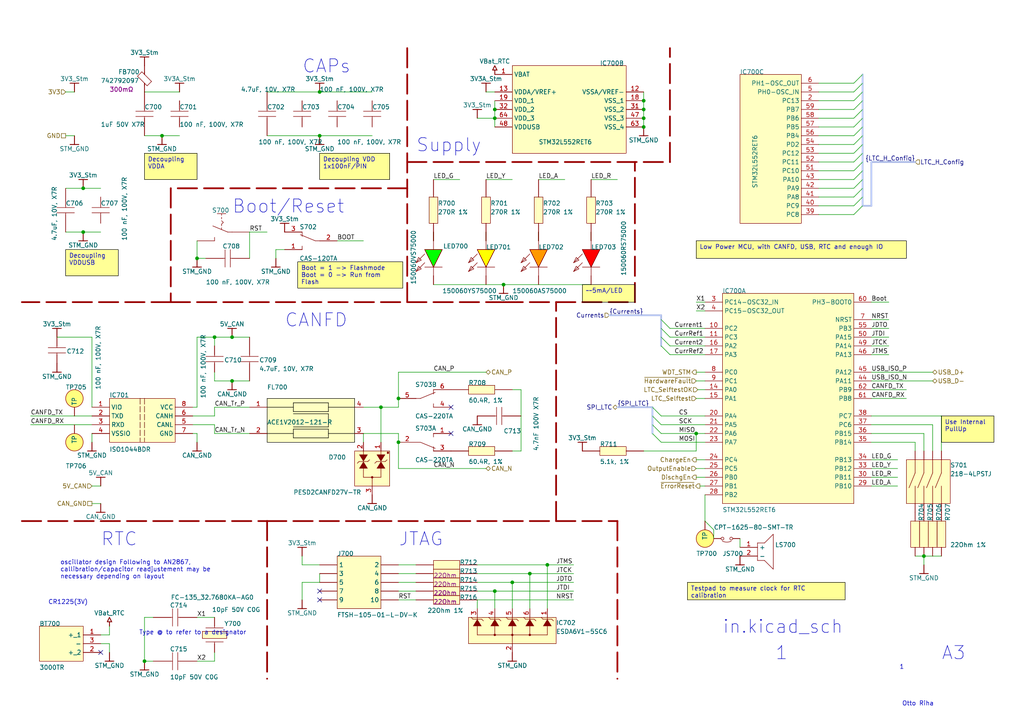
<source format=kicad_sch>
(kicad_sch (version 20250114) (generator "eeschema") (generator_version "9.0")
  (paper "A4")
  (bus_alias "Currents" (members "DischgCurrent" "DischgRef" "ChgRef" "ChgCurrent"))
  (bus_alias "LTC_H_Config" (members "A0_1" "A0_2" "A0_3" "A0_4" "A0_5" "A0_6" "A0_7" "A0_8" "A1_1" "A1_2" "A1_3" "A1_4" "A1_5" "A1_6" "A1_7" "A1_8"))
  (bus_alias "SPI_LTC" (members "MISO" "MOSI" "SCK" "CS"))
  (text "CANFD" (at 82.55 95.25 0) (effects (font (size 3.81 3.81)) (justify left bottom)))
  (text "" (at 6.35 77.47 0) (effects (font (size 1.27 1.27)) (justify left bottom)))
  (text "JTAG" (at 115.57 158.75 0) (effects (font (size 3.81 3.81)) (justify left bottom)))
  (text "CR1225(3V)" (at 13.97 175.514 0) (effects (font (size 1.27 1.27)) (justify left bottom)))
  (text "Supply" (at 120.65 44.45 0) (effects (font (size 3.81 3.81)) (justify left bottom)))
  (text "Otto Riha" (at 261.62 204.9272 0) (effects (font (size 1.27 1.27)) (justify left bottom)))
  (text "A3" (at 273.05 191.77 0) (effects (font (size 3.81 3.81)) (justify left bottom)))
  (text "RTC" (at 29.21 158.75 0) (effects (font (size 3.81 3.81)) (justify left bottom)))
  (text "Boot/Reset" (at 67.31 62.23 0) (effects (font (size 3.81 3.81)) (justify left bottom)))
  (text "${#}" (at 256.794 194.31 0) (effects (font (size 1.27 1.27)) (justify left bottom)))
  (text "${FILENAME}" (at 209.55 184.15 0) (effects (font (size 3.81 3.81)) (justify left bottom)))
  (text "1" (at 224.79 191.77 0) (effects (font (size 3.81 3.81)) (justify left bottom)))
  (text "CAPs" (at 87.63 21.59 0) (effects (font (size 3.81 3.81)) (justify left bottom)))
  (text "${##}" (at 260.858 194.31 0) (effects (font (size 1.27 1.27)) (justify left bottom)))
  (text_box "Decoupling VDD 1x100nF/PIN" (at 113.03 44.45 0) (size -20.32 7.62) (margins 0.9525 0.9525 0.9525 0.9525) (stroke (width 0) (color 0 0 0 1)) (fill (type color) (color 255 255 150 1)) (effects (font (size 1.27 1.27)) (justify left top)))
  (text_box "oscillator design Following to AN2867, callibration/capacitor readjustement may be necessary depending on layout" (at 16.51 161.29 0) (size 50.8 7.62) (margins 0.9525 0.9525 0.9525 0.9525) (stroke (width -0.0001) (color 0 0 0 1)) (fill (type color) (color 255 255 255 1)) (effects (font (size 1.27 1.27)) (justify left top)))
  (text_box "Testpad to measure clock for RTC calibration" (at 245.11 168.91 0) (size -45.72 5.08) (margins 0.9525 0.9525 0.9525 0.9525) (stroke (width 0) (color 0 0 0 1)) (fill (type color) (color 255 255 150 1)) (effects (font (size 1.27 1.27)) (justify left top)))
  (text_box "Boot = 1 -> Flashmode\nBoot = 0 -> Run from Flash" (at 116.84 75.946 0) (size -30.48 7.62) (margins 0.9525 0.9525 0.9525 0.9525) (stroke (width 0) (color 0 0 0 1)) (fill (type color) (color 255 255 150 1)) (effects (font (size 1.27 1.27)) (justify left top)))
  (text_box "Decoupling VDDA" (at 57.15 44.45 0) (size -15.24 7.62) (margins 0.9525 0.9525 0.9525 0.9525) (stroke (width 0) (color 0 0 0 1)) (fill (type color) (color 255 255 150 1)) (effects (font (size 1.27 1.27)) (justify left top)))
  (text_box "Use Internal PullUp" (at 288.29 120.65 0) (size -15.24 7.62) (margins 0.9525 0.9525 0.9525 0.9525) (stroke (width 0) (color 0 0 0 1)) (fill (type color) (color 255 255 150 1)) (effects (font (size 1.27 1.27)) (justify left top)))
  (text_box "Type @ to refer to a designator" (at 74.93 181.61 0) (size -35.56 0) (margins 0.9525 0.9525 0.9525 0.9525) (stroke (width -0.0001) (color 0 0 0 1)) (fill (type color) (color 255 255 255 1)) (effects (font (size 1.27 1.27)) (justify left top)))
  (text_box "Decoupling VDDUSB" (at 34.29 72.39 0) (size -15.24 7.62) (margins 0.9525 0.9525 0.9525 0.9525) (stroke (width 0) (color 0 0 0 1)) (fill (type color) (color 255 255 150 1)) (effects (font (size 1.27 1.27)) (justify left top)))
  (text_box "Low Power MCU, with CANFD, USB, RTC and enough IO" (at 262.89 69.85 0) (size -60.96 5.08) (margins 0.9525 0.9525 0.9525 0.9525) (stroke (width 0) (color 0 0 0 1)) (fill (type color) (color 255 255 150 1)) (effects (font (size 1.27 1.27)) (justify left top)))
  (text_box "~~5mA/LED" (at 184.15 82.55 0) (size -15.24 5.08) (margins 0.9525 0.9525 0.9525 0.9525) (stroke (width 0) (color 0 0 0 1)) (fill (type color) (color 255 255 150 1)) (effects (font (size 1.27 1.27)) (justify left top)))
  (junction (at 148.59 168.91))
  (junction (at 146.05 82.55))
  (junction (at 92.71 39.37))
  (junction (at 186.69 29.21))
  (junction (at 267.97 161.29))
  (junction (at 143.51 31.75))
  (junction (at 92.71 26.67))
  (junction (at 186.69 31.75))
  (junction (at 57.15 74.93))
  (junction (at 143.51 34.29))
  (junction (at 24.13 67.31))
  (junction (at 201.93 125.73))
  (junction (at 153.67 166.37))
  (junction (at 110.49 118.11))
  (junction (at 186.69 34.29))
  (junction (at 62.23 97.79))
  (junction (at 67.31 97.79))
  (junction (at 158.75 163.83))
  (junction (at 24.13 54.61))
  (junction (at 41.91 191.77))
  (junction (at 67.31 110.49))
  (junction (at 143.51 171.45))
  (junction (at 186.69 36.83))
  (junction (at 115.57 128.27))
  (junction (at 46.99 39.37))
  (junction (at 115.57 115.57))
  (no_connect (at 130.81 118.11))
  (no_connect (at 92.71 173.99))
  (no_connect (at 29.21 189.23))
  (no_connect (at 130.81 125.73))
  (no_connect (at 92.71 171.45))
  (bus_entry (at 247.65 54.61) (size 2.54 -2.54))
  (bus_entry (at 194.31 100.33) (size -2.54 -2.54))
  (bus_entry (at 247.65 62.23) (size 2.54 -2.54))
  (bus_entry (at 191.77 123.19) (size -2.54 -2.54))
  (bus_entry (at 247.65 31.75) (size 2.54 -2.54))
  (bus_entry (at 247.65 34.29) (size 2.54 -2.54))
  (bus_entry (at 247.65 29.21) (size 2.54 -2.54))
  (bus_entry (at 247.65 57.15) (size 2.54 -2.54))
  (bus_entry (at 247.65 26.67) (size 2.54 -2.54))
  (bus_entry (at 247.65 49.53) (size 2.54 -2.54))
  (bus_entry (at 247.65 46.99) (size 2.54 -2.54))
  (bus_entry (at 191.77 125.73) (size -2.54 -2.54))
  (bus_entry (at 191.77 120.65) (size -2.54 -2.54))
  (bus_entry (at 194.31 102.87) (size -2.54 -2.54))
  (bus_entry (at 247.65 24.13) (size 2.54 -2.54))
  (bus_entry (at 194.31 97.79) (size -2.54 -2.54))
  (bus_entry (at 247.65 39.37) (size 2.54 -2.54))
  (bus_entry (at 247.65 44.45) (size 2.54 -2.54))
  (bus_entry (at 247.65 36.83) (size 2.54 -2.54))
  (bus_entry (at 194.31 95.25) (size -2.54 -2.54))
  (bus_entry (at 191.77 128.27) (size -2.54 -2.54))
  (bus_entry (at 247.65 52.07) (size 2.54 -2.54))
  (bus_entry (at 247.65 59.69) (size 2.54 -2.54))
  (bus_entry (at 247.65 41.91) (size 2.54 -2.54))
  (bus (pts (xy 250.19 39.37) (xy 250.19 36.83)) (stroke (width 0.508) (color 173 188 231 1)))
  (wire (pts (xy 120.65 166.37) (xy 115.57 166.37)))
  (bus (pts (xy 250.19 59.69) (xy 250.19 57.15)) (stroke (width 0.508) (color 173 188 231 1)))
  (bus (pts (xy 179.07 118.11) (xy 189.23 118.11)) (stroke (width 0.508) (color 173 188 231 1)))
  (wire (pts (xy 201.93 125.73) (xy 191.77 125.73)))
  (wire (pts (xy 201.93 125.73) (xy 201.93 130.81)))
  (bus (pts (xy 250.19 52.07) (xy 250.19 49.53)) (stroke (width 0.508) (color 173 188 231 1)))
  (wire (pts (xy 120.65 171.45) (xy 115.57 171.45)))
  (wire (pts (xy 140.97 52.07) (xy 148.59 52.07)))
  (wire (pts (xy 19.05 54.61) (xy 24.13 54.61)))
  (bus (pts (xy 250.19 34.29) (xy 250.19 31.75)) (stroke (width 0.508) (color 173 188 231 1)))
  (wire (pts (xy 201.93 115.57) (xy 204.47 115.57)))
  (wire (pts (xy 29.21 146.05) (xy 26.67 146.05)))
  (wire (pts (xy 55.88 123.19) (xy 62.23 123.19)))
  (wire (pts (xy 252.73 125.73) (xy 267.97 125.73)))
  (polyline (pts (xy 194.31 46.99) (xy 194.31 13.97)) (stroke (width 0.508) (type dash) (color 152 0 0 1)))
  (wire (pts (xy 62.23 118.11) (xy 72.39 118.11)))
  (wire (pts (xy 105.41 125.73) (xy 115.57 125.73)))
  (wire (pts (xy 260.35 133.35) (xy 252.73 133.35)))
  (wire (pts (xy 8.89 120.65) (xy 26.67 120.65)))
  (wire (pts (xy 97.79 69.85) (xy 105.41 69.85)))
  (bus (pts (xy 191.77 95.25) (xy 191.77 97.79)) (stroke (width 0.508) (color 173 188 231 1)))
  (wire (pts (xy 204.47 87.63) (xy 201.93 87.63)))
  (wire (pts (xy 143.51 34.29) (xy 143.51 31.75)))
  (wire (pts (xy 29.21 67.31) (xy 24.13 67.31)))
  (polyline (pts (xy 184.15 87.63) (xy 184.15 46.99)) (stroke (width 0.508) (type dash) (color 152 0 0 1)))
  (bus (pts (xy 250.19 44.45) (xy 250.19 41.91)) (stroke (width 0.508) (color 173 188 231 1)))
  (wire (pts (xy 62.23 100.33) (xy 62.23 97.79)))
  (bus (pts (xy 250.19 24.13) (xy 250.19 21.59)) (stroke (width 0.508) (color 173 188 231 1)))
  (wire (pts (xy 115.57 115.57) (xy 115.57 107.95)))
  (bus (pts (xy 250.19 54.61) (xy 250.19 52.07)) (stroke (width 0.508) (color 173 188 231 1)))
  (wire (pts (xy 87.63 161.29) (xy 87.63 163.83)))
  (wire (pts (xy 237.49 62.23) (xy 247.65 62.23)))
  (wire (pts (xy 201.93 138.43) (xy 204.47 138.43)))
  (wire (pts (xy 31.75 181.61) (xy 31.75 184.15)))
  (wire (pts (xy 31.75 186.69) (xy 29.21 186.69)))
  (wire (pts (xy 158.75 163.83) (xy 166.37 163.83)))
  (wire (pts (xy 186.69 29.21) (xy 186.69 26.67)))
  (wire (pts (xy 153.67 176.53) (xy 153.67 166.37)))
  (wire (pts (xy 115.57 107.95) (xy 140.97 107.95)))
  (wire (pts (xy 194.31 102.87) (xy 204.47 102.87)))
  (wire (pts (xy 201.93 90.17) (xy 204.47 90.17)))
  (wire (pts (xy 204.47 143.51) (xy 204.47 151.13)))
  (wire (pts (xy 24.13 54.61) (xy 29.21 54.61)))
  (wire (pts (xy 62.23 191.77) (xy 62.23 189.23)))
  (polyline (pts (xy 49.53 54.61) (xy 49.53 87.63)) (stroke (width 0.508) (type dash) (color 152 0 0 1)))
  (wire (pts (xy 115.57 128.27) (xy 115.57 135.89)))
  (wire (pts (xy 237.49 44.45) (xy 247.65 44.45)))
  (wire (pts (xy 151.13 113.03) (xy 151.13 130.81)))
  (wire (pts (xy 201.904 135.89) (xy 204.47 135.89)))
  (wire (pts (xy 41.91 191.77) (xy 44.45 191.77)))
  (wire (pts (xy 237.49 34.29) (xy 247.65 34.29)))
  (wire (pts (xy 156.21 52.07) (xy 163.83 52.07)))
  (wire (pts (xy 151.13 130.81) (xy 148.59 130.81)))
  (wire (pts (xy 125.73 69.85) (xy 125.73 67.31)))
  (polyline (pts (xy 118.11 46.99) (xy 194.31 46.99)) (stroke (width 0.508) (type dash) (color 152 0 0 1)))
  (wire (pts (xy 237.49 36.83) (xy 247.65 36.83)))
  (wire (pts (xy 46.99 39.37) (xy 41.91 39.37)))
  (wire (pts (xy 143.51 31.75) (xy 143.51 29.21)))
  (bus (pts (xy 191.77 92.71) (xy 191.77 91.44)) (stroke (width 0.508) (color 173 188 231 1)))
  (wire (pts (xy 158.75 176.53) (xy 158.75 163.83)))
  (wire (pts (xy 267.97 125.73) (xy 267.97 130.81)))
  (bus (pts (xy 191.77 91.44) (xy 176.728 91.44)) (stroke (width 0.508) (color 173 188 231 1)))
  (wire (pts (xy 260.35 138.43) (xy 252.73 138.43)))
  (wire (pts (xy 143.51 176.53) (xy 143.51 171.45)))
  (wire (pts (xy 143.51 36.83) (xy 143.51 34.29)))
  (wire (pts (xy 237.49 54.61) (xy 247.65 54.61)))
  (bus (pts (xy 252.73 46.99) (xy 265.43 46.99)) (stroke (width 0.508) (color 173 188 231 1)))
  (wire (pts (xy 57.15 118.11) (xy 55.88 118.11)))
  (wire (pts (xy 87.63 163.83) (xy 92.71 163.83)))
  (wire (pts (xy 194.31 100.33) (xy 204.47 100.33)))
  (wire (pts (xy 166.37 166.37) (xy 153.67 166.37)))
  (wire (pts (xy 194.31 97.79) (xy 204.47 97.79)))
  (wire (pts (xy 237.49 31.75) (xy 247.65 31.75)))
  (wire (pts (xy 80.01 74.93) (xy 80.01 72.39)))
  (wire (pts (xy 72.39 97.79) (xy 67.31 97.79)))
  (wire (pts (xy 204.47 133.35) (xy 201.93 133.35)))
  (bus (pts (xy 250.19 31.75) (xy 250.19 29.21)) (stroke (width 0.508) (color 173 188 231 1)))
  (wire (pts (xy 105.41 118.11) (xy 110.49 118.11)))
  (wire (pts (xy 57.15 125.73) (xy 57.15 128.27)))
  (wire (pts (xy 201.93 107.95) (xy 204.47 107.95)))
  (wire (pts (xy 237.49 26.67) (xy 247.65 26.67)))
  (wire (pts (xy 146.05 82.55) (xy 171.45 82.55)))
  (wire (pts (xy 191.77 128.27) (xy 204.47 128.27)))
  (wire (pts (xy 24.13 67.31) (xy 19.05 67.31)))
  (bus (pts (xy 189.23 123.19) (xy 189.23 125.73)) (stroke (width 0.508) (color 173 188 231 1)))
  (bus (pts (xy 250.19 57.15) (xy 250.19 54.61)) (stroke (width 0.508) (color 173 188 231 1)))
  (wire (pts (xy 120.65 163.83) (xy 115.57 163.83)))
  (wire (pts (xy 270.51 123.19) (xy 270.51 130.81)))
  (wire (pts (xy 207.01 156.21) (xy 207.01 153.67)))
  (wire (pts (xy 62.23 97.79) (xy 57.15 97.79)))
  (wire (pts (xy 110.49 118.11) (xy 110.49 128.27)))
  (wire (pts (xy 138.43 173.99) (xy 166.37 173.99)))
  (bus (pts (xy 250.19 59.69) (xy 252.73 59.69)) (stroke (width 0.508) (color 173 188 231 1)))
  (wire (pts (xy 267.97 161.29) (xy 273.05 161.29)))
  (wire (pts (xy 260.35 135.89) (xy 252.73 135.89)))
  (wire (pts (xy 252.73 123.19) (xy 270.51 123.19)))
  (wire (pts (xy 207.01 153.67) (xy 204.47 151.13)))
  (wire (pts (xy 237.49 39.37) (xy 247.65 39.37)))
  (wire (pts (xy 115.57 118.11) (xy 115.57 115.57)))
  (wire (pts (xy 52.07 39.37) (xy 46.99 39.37)))
  (wire (pts (xy 257.81 92.71) (xy 252.73 92.71)))
  (wire (pts (xy 143.51 171.45) (xy 138.43 171.45)))
  (polyline (pts (xy 77.47 151.13) (xy 77.47 196.85)) (stroke (width 0.508) (type dash) (color 152 0 0 1)))
  (wire (pts (xy 237.49 29.21) (xy 247.65 29.21)))
  (wire (pts (xy 87.63 168.91) (xy 87.63 173.99)))
  (wire (pts (xy 191.77 123.19) (xy 204.47 123.19)))
  (wire (pts (xy 57.15 179.07) (xy 62.23 179.07)))
  (wire (pts (xy 148.59 176.53) (xy 148.59 168.91)))
  (wire (pts (xy 57.15 74.93) (xy 59.69 74.93)))
  (wire (pts (xy 237.49 59.69) (xy 247.65 59.69)))
  (polyline (pts (xy 77.47 151.13) (xy 179.07 151.13)) (stroke (width 0.508) (type dash) (color 152 0 0 1)))
  (wire (pts (xy 252.73 102.87) (xy 257.81 102.87)))
  (bus (pts (xy 250.19 49.53) (xy 250.19 46.99)) (stroke (width 0.508) (color 173 188 231 1)))
  (wire (pts (xy 26.67 128.27) (xy 26.67 125.73)))
  (wire (pts (xy 171.45 69.85) (xy 171.45 67.31)))
  (wire (pts (xy 237.49 49.53) (xy 247.65 49.53)))
  (wire (pts (xy 67.31 110.49) (xy 72.39 110.49)))
  (wire (pts (xy 262.89 115.57) (xy 252.73 115.57)))
  (wire (pts (xy 194.31 95.25) (xy 204.47 95.25)))
  (wire (pts (xy 105.41 128.27) (xy 105.41 125.73)))
  (bus (pts (xy 250.19 29.21) (xy 250.19 26.67)) (stroke (width 0.508) (color 173 188 231 1)))
  (wire (pts (xy 120.65 173.99) (xy 115.57 173.99)))
  (wire (pts (xy 252.73 107.95) (xy 270.51 107.95)))
  (wire (pts (xy 201.93 125.73) (xy 204.47 125.73)))
  (polyline (pts (xy 161.29 151.13) (xy 161.29 87.63)) (stroke (width 0.508) (type dash) (color 152 0 0 1)))
  (wire (pts (xy 77.47 26.67) (xy 92.71 26.67)))
  (wire (pts (xy 92.71 166.37) (xy 92.71 168.91)))
  (wire (pts (xy 237.49 41.91) (xy 247.65 41.91)))
  (wire (pts (xy 143.51 34.29) (xy 138.43 34.29)))
  (wire (pts (xy 202.38 113.03) (xy 204.47 113.03)))
  (wire (pts (xy 186.69 34.29) (xy 186.69 31.75)))
  (wire (pts (xy 140.97 69.85) (xy 140.97 67.31)))
  (wire (pts (xy 57.15 97.79) (xy 57.15 118.11)))
  (wire (pts (xy 257.81 97.79) (xy 252.73 97.79)))
  (wire (pts (xy 252.73 120.65) (xy 273.05 120.65)))
  (wire (pts (xy 237.49 52.07) (xy 247.65 52.07)))
  (polyline (pts (xy 118.11 54.61) (xy 49.53 54.61)) (stroke (width 0.508) (type dash) (color 152 0 0 1)))
  (wire (pts (xy 26.67 97.79) (xy 26.67 118.11)))
  (wire (pts (xy 252.73 95.25) (xy 257.81 95.25)))
  (bus (pts (xy 189.23 120.65) (xy 189.23 123.19)) (stroke (width 0.508) (color 173 188 231 1)))
  (wire (pts (xy 72.39 67.31) (xy 77.47 67.31)))
  (wire (pts (xy 257.81 87.63) (xy 252.73 87.63)))
  (wire (pts (xy 52.07 26.67) (xy 41.91 26.67)))
  (wire (pts (xy 62.23 107.95) (xy 62.23 110.49)))
  (wire (pts (xy 41.91 191.77) (xy 41.91 179.07)))
  (wire (pts (xy 186.69 36.83) (xy 186.69 34.29)))
  (wire (pts (xy 186.69 31.75) (xy 186.69 29.21)))
  (wire (pts (xy 77.47 39.37) (xy 92.71 39.37)))
  (wire (pts (xy 41.91 179.07) (xy 44.45 179.07)))
  (wire (pts (xy 31.75 189.23) (xy 31.75 186.69)))
  (wire (pts (xy 260.35 140.97) (xy 252.73 140.97)))
  (wire (pts (xy 31.75 184.15) (xy 29.21 184.15)))
  (bus (pts (xy 250.19 41.91) (xy 250.19 39.37)) (stroke (width 0.508) (color 173 188 231 1)))
  (bus (pts (xy 252.73 59.69) (xy 252.73 46.99)) (stroke (width 0.508) (color 173 188 231 1)))
  (wire (pts (xy 138.43 176.53) (xy 138.43 173.99)))
  (wire (pts (xy 140.97 26.67) (xy 143.51 26.67)))
  (polyline (pts (xy 49.53 87.63) (xy 146.05 87.63)) (stroke (width 0.508) (type dash) (color 152 0 0 1)))
  (wire (pts (xy 62.23 123.19) (xy 62.23 125.73)))
  (wire (pts (xy 148.59 113.03) (xy 151.13 113.03)))
  (wire (pts (xy 115.57 125.73) (xy 115.57 128.27)))
  (wire (pts (xy 92.71 39.37) (xy 107.95 39.37)))
  (wire (pts (xy 92.71 26.67) (xy 107.95 26.67)))
  (polyline (pts (xy 146.05 87.63) (xy 184.15 87.63)) (stroke (width 0.508) (type dash) (color 152 0 0 1)))
  (wire (pts (xy 252.73 110.49) (xy 270.51 110.49)))
  (bus (pts (xy 250.19 46.99) (xy 250.19 44.45)) (stroke (width 0.508) (color 173 188 231 1)))
  (wire (pts (xy 125.73 82.55) (xy 146.05 82.55)))
  (wire (pts (xy 92.71 168.91) (xy 87.63 168.91)))
  (wire (pts (xy 57.15 191.77) (xy 62.23 191.77)))
  (wire (pts (xy 237.49 57.15) (xy 247.65 57.15)))
  (wire (pts (xy 80.01 72.39) (xy 82.55 72.39)))
  (wire (pts (xy 16.51 97.79) (xy 26.67 97.79)))
  (wire (pts (xy 133.35 52.07) (xy 125.73 52.07)))
  (wire (pts (xy 55.88 125.73) (xy 57.15 125.73)))
  (wire (pts (xy 214.63 156.21) (xy 214.63 158.75)))
  (bus (pts (xy 250.19 26.67) (xy 250.19 24.13)) (stroke (width 0.508) (color 173 188 231 1)))
  (wire (pts (xy 156.21 69.85) (xy 156.21 67.31)))
  (wire (pts (xy 267.97 163.83) (xy 267.97 161.29)))
  (wire (pts (xy 201.93 130.81) (xy 186.69 130.81)))
  (bus (pts (xy 189.23 120.65) (xy 189.23 118.11)) (stroke (width 0.508) (color 173 188 231 1)))
  (bus (pts (xy 191.77 97.79) (xy 191.77 100.33)) (stroke (width 0.508) (color 173 188 231 1)))
  (wire (pts (xy 204.47 110.49) (xy 201.93 110.49)))
  (wire (pts (xy 62.23 110.49) (xy 67.31 110.49)))
  (bus (pts (xy 191.77 92.71) (xy 191.77 95.25)) (stroke (width 0.508) (color 173 188 231 1)))
  (wire (pts (xy 273.05 120.65) (xy 273.05 130.81)))
  (bus (pts (xy 250.19 36.83) (xy 250.19 34.29)) (stroke (width 0.508) (color 173 188 231 1)))
  (polyline (pts (xy 179.07 151.13) (xy 179.07 196.85)) (stroke (width 0.508) (type dash) (color 152 0 0 1)))
  (polyline (pts (xy 118.11 13.97) (xy 118.11 54.61)) (stroke (width 0.508) (type dash) (color 152 0 0 1)))
  (polyline (pts (xy 6.35 151.13) (xy 77.47 151.13)) (stroke (width 0.508) (type dash) (color 152 0 0 1)))
  (wire (pts (xy 265.43 130.81) (xy 265.43 128.27)))
  (wire (pts (xy 138.43 168.91) (xy 148.59 168.91)))
  (wire (pts (xy 237.49 46.99) (xy 247.65 46.99)))
  (wire (pts (xy 120.65 168.91) (xy 115.57 168.91)))
  (wire (pts (xy 57.15 69.85) (xy 57.15 74.93)))
  (wire (pts (xy 148.59 168.91) (xy 166.37 168.91)))
  (wire (pts (xy 62.23 125.73) (xy 72.39 125.73)))
  (polyline (pts (xy 118.11 87.63) (xy 118.11 54.61)) (stroke (width 0.508) (type dash) (color 152 0 0 1)))
  (wire (pts (xy 21.59 39.37) (xy 19.05 39.37)))
  (wire (pts (xy 265.43 128.27) (xy 252.73 128.27)))
  (wire (pts (xy 115.57 135.89) (xy 140.97 135.89)))
  (wire (pts (xy 67.31 97.79) (xy 62.23 97.79)))
  (polyline (pts (xy 49.53 87.63) (xy 6.35 87.63)) (stroke (width 0.508) (type dash) (color 152 0 0 1)))
  (wire (pts (xy 166.37 171.45) (xy 143.51 171.45)))
  (wire (pts (xy 29.21 140.97) (xy 26.67 140.97)))
  (wire (pts (xy 252.73 100.33) (xy 257.81 100.33)))
  (wire (pts (xy 110.49 118.11) (xy 115.57 118.11)))
  (wire (pts (xy 138.43 163.83) (xy 158.75 163.83)))
  (wire (pts (xy 8.89 123.19) (xy 26.67 123.19)))
  (wire (pts (xy 153.67 166.37) (xy 138.43 166.37)))
  (wire (pts (xy 171.45 52.07) (xy 179.07 52.07)))
  (wire (pts (xy 203.002 140.97) (xy 204.47 140.97)))
  (wire (pts (xy 262.89 113.03) (xy 252.73 113.03)))
  (wire (pts (xy 62.23 120.65) (xy 62.23 118.11)))
  (wire (pts (xy 265.43 161.29) (xy 267.97 161.29)))
  (wire (pts (xy 237.49 24.13) (xy 247.65 24.13)))
  (wire (pts (xy 55.88 120.65) (xy 62.23 120.65)))
  (wire (pts (xy 19.05 26.67) (xy 21.59 26.67)))
  (wire (pts (xy 191.77 120.65) (xy 204.47 120.65)))
  (wire (pts (xy 72.39 74.93) (xy 72.39 67.31)))
  (label "JTCK" (at 161.29 166.37 0))
  (label "{SPI_LTC}" (at 179.07 118.11 0))
  (label "Boot" (at 252.73 87.63 0))
  (label "RST" (at 72.39 67.31 0))
  (label "CurrRef1" (at 195.58 97.79 0))
  (label "JTMS" (at 252.73 102.87 0))
  (label "LED_G" (at 125.73 52.07 0))
  (label "CANFD_TX" (at 8.89 120.65 0))
  (label "LED_A" (at 156.21 52.07 0))
  (label "JDTO" (at 161.29 168.91 0))
  (label "LED_R" (at 171.45 52.07 0))
  (label "CANFD_RX" (at 8.89 123.19 0))
  (label "Current1" (at 195.58 95.25 0))
  (label "SCK" (at 196.85 123.19 0))
  (label "{LTC_H_Config}" (at 265.43 46.99 180))
  (label "LED_A" (at 252.73 140.97 0))
  (label "JDTO" (at 252.73 95.25 0))
  (label "RST" (at 115.57 173.99 0))
  (label "USB_ISO_N" (at 252.73 110.49 0))
  (label "CAN_Tr_N" (at 62.23 125.73 0))
  (label "MOSI" (at 196.85 128.27 0))
  (label "CS" (at 196.85 120.65 0))
  (label "LED_R" (at 252.73 138.43 0))
  (label "CANFD_TX" (at 252.73 113.03 0))
  (label "NRST" (at 161.29 173.99 0))
  (label "USB_ISO_P" (at 252.73 107.95 0))
  (label "JTDI" (at 252.73 97.79 0))
  (label "LED_Y" (at 252.73 135.89 0))
  (label "LED_Y" (at 140.97 52.07 0))
  (label "JTCK" (at 252.73 100.33 0))
  (label "LED_G" (at 252.73 133.35 0))
  (label "NRST" (at 252.73 92.71 0))
  (label "JTMS" (at 161.29 163.83 0))
  (label "CAN_P" (at 125.73 107.95 0))
  (label "JTDI" (at 161.29 171.45 0))
  (label "X2" (at 201.93 90.17 0))
  (label "X1" (at 57.15 179.07 0))
  (label "CurrRef2" (at 195.58 102.87 0))
  (label "CAN_N" (at 125.73 135.89 0))
  (label "Current2" (at 195.58 100.33 0))
  (label "X2" (at 57.15 191.77 0))
  (label "CANFD_RX" (at 252.73 115.57 0))
  (label "MISO" (at 196.85 125.73 0))
  (label "BOOT" (at 97.79 69.85 0))
  (label "X1" (at 201.93 87.63 0))
  (label "CAN_Tr_P" (at 62.23 118.11 0))
  (label "{Currents}" (at 176.728 91.44 0))
  (hierarchical_label "DischgEn" (shape output) (at 201.93 138.43 180))
  (hierarchical_label "Currents" (shape input) (at 176.728 91.44 180))
  (hierarchical_label "ChargeEn" (shape output) (at 201.93 133.35 180))
  (hierarchical_label "USB_D-" (shape bidirectional) (at 270.51 110.49 0))
  (hierarchical_label "~{HardwareFault}" (shape input) (at 201.93 110.49 180))
  (hierarchical_label "USB_D+" (shape bidirectional) (at 270.51 107.95 0))
  (hierarchical_label "LTC_Selftest" (shape input) (at 201.93 115.57 180))
  (hierarchical_label "LTC_H_Config" (shape input) (at 265.43 46.99 0))
  (hierarchical_label "CAN_N" (shape bidirectional) (at 140.97 135.89 0))
  (hierarchical_label "5V_CAN" (shape input) (at 26.67 140.97 180))
  (hierarchical_label "3V3" (shape input) (at 19.05 26.67 180))
  (hierarchical_label "CAN_P" (shape bidirectional) (at 140.97 107.95 0))
  (hierarchical_label "LTC_SelftestOK" (shape input) (at 202.38 113.03 180))
  (hierarchical_label "CAN_GND" (shape passive) (at 26.67 146.05 180))
  (hierarchical_label "GND" (shape passive) (at 19.05 39.37 180))
  (hierarchical_label "WDT_STM" (shape output) (at 201.93 107.95 180))
  (hierarchical_label "SPI_LTC" (shape bidirectional) (at 179.07 118.11 180))
  (hierarchical_label "~{ErrorReset}" (shape output) (at 203.002 140.97 180))
  (hierarchical_label "OutputEnable" (shape input) (at 201.904 135.89 180))
  (symbol (lib_id "Battman-altium-import:MCU_1_Testpoint_SamacSys.SchLib") (at 21.59 120.65 0) (unit 0)
    (property "Reference" "TP705" (at 19.05 113.03 0) (effects (justify left bottom)))
    (property "Value" "Testpoint" (effects (hide yes)))
    (property "Footprint" "Testpoint" (effects (hide yes)))
  )
  (symbol (lib_id "Battman-altium-import:MCU_0_STM32L552RET6_SamacSys.SchLib") (at 204.47 97.79 0) (unit 1)
    (property "Reference" "IC700" (at 209.55 85.09 0) (effects (justify left bottom)))
    (property "Value" "STM32L552RET6" (at 209.55 148.59 0) (effects (justify left bottom)))
    (property "Footprint" "C__Users_otto_Documents_AltiumLL_SamacSys.PcbLib:QFP50P1200X1200X160-64N" (effects (hide yes)))
    (property "Description" "Integrated Circuit" (effects (hide yes)))
    (property "DATASHEET LINK" "https://www.mouser.in/datasheet/2/389/dm00532748-1799512.pdf" (effects (hide yes)))
    (property "HEIGHT" "1.6mm" (effects (hide yes)))
    (property "MANUFACTURER_NAME" "STMicroelectronics" (effects (hide yes)))
    (property "MANUFACTURER_PART_NUMBER" "STM32L552RET6" (effects (hide yes)))
    (property "MOUSER PART NUMBER" "511-STM32L552RET6" (effects (hide yes)))
    (property "MOUSER PRICE/STOCK" "https://www.mouser.co.uk/ProductDetail/STMicroelectronics/STM32L552RET6?qs=%252B6g0mu59x7I6Ku2G1CuBXA%3D%3D" (effects (hide yes)))
    (property "ARROW PART NUMBER" "STM32L552RET6" (effects (hide yes)))
    (property "ARROW PRICE/STOCK" "https://www.arrow.com/en/products/stm32l552ret6/stmicroelectronics?region=nac" (effects (hide yes)))
  )
  (symbol (lib_id "Battman-altium-import:MCU_1_RC0603FR-0722RL_SamacSys.SchLib") (at 270.51 163.83 0) (unit 0)
    (property "Reference" "R706" (at 273.05 151.13 90) (effects (justify left bottom)))
    (property "Value" "22Ohm 1%" (effects (hide yes)))
    (property "Footprint" "C__Users_otto_Documents_AltiumLL_SamacSys.PcbLib:RESC1608X55N" (effects (hide yes)))
    (property "Description" "Resistor 22Ohm 1%" (effects (hide yes)))
    (property "DATASHEET LINK" "http://www.farnell.com/datasheets/1868787.pdf" (effects (hide yes)))
    (property "HEIGHT" "0.55mm" (effects (hide yes)))
    (property "MANUFACTURER_NAME" "YAGEO" (effects (hide yes)))
    (property "MANUFACTURER_PART_NUMBER" "RC0603FR-0722RL" (effects (hide yes)))
    (property "MOUSER PART NUMBER" "603-RC0603FR-0722RL" (effects (hide yes)))
    (property "MOUSER PRICE/STOCK" "https://www.mouser.co.uk/ProductDetail/YAGEO/RC0603FR-0722RL?qs=diQw95jMAeMOsxb8bne7fg%3D%3D" (effects (hide yes)))
    (property "ARROW PART NUMBER" "RC0603FR-0722RL" (effects (hide yes)))
    (property "ARROW PRICE/STOCK" "https://www.arrow.com/en/products/rc0603fr-0722rl/yageo?region=nac" (effects (hide yes)))
    (property "ALTIUM_VALUE" "22Ohm" (effects (hide yes)))
    (property "SUPPLIER 1" "Future Electronics" (effects (hide yes)))
    (property "SUPPLIER PART NUMBER 1" "8636706" (effects (hide yes)))
  )
  (symbol (lib_id "Battman-altium-import:3V3_Stm_BAR") (at 16.51 97.79 180) (unit 1)
    (property "Reference" "#PWR?" (effects (hide yes)))
    (property "Value" "3V3_Stm" (at 16.51 93.98 0))
  )
  (symbol (lib_id "Battman-altium-import:3V3A_Stm_BAR") (at 140.97 26.67 180) (unit 1)
    (property "Reference" "#PWR?" (effects (hide yes)))
    (property "Value" "3V3A_Stm" (at 140.97 22.86 0))
  )
  (symbol (lib_id "Battman-altium-import:3V3_Stm_BAR") (at 82.55 67.31 180) (unit 1)
    (property "Reference" "#PWR?" (effects (hide yes)))
    (property "Value" "3V3_Stm" (at 82.55 63.5 0))
  )
  (symbol (lib_id "Battman-altium-import:MCU_0_RC0603FR-0722RL_SamacSys.SchLib") (at 120.65 173.99 0) (unit 0)
    (property "Reference" "R716" (at 133.35 173.99 0) (effects (justify left bottom)))
    (property "Value" "22Ohm 1%" (at 123.952 177.8 0) (effects (justify left bottom)))
    (property "Footprint" "C__Users_otto_Documents_AltiumLL_SamacSys.PcbLib:RESC1608X55N" (effects (hide yes)))
    (property "Description" "Resistor 22Ohm 1%" (effects (hide yes)))
    (property "DATASHEET LINK" "http://www.farnell.com/datasheets/1868787.pdf" (effects (hide yes)))
    (property "HEIGHT" "0.55mm" (effects (hide yes)))
    (property "MANUFACTURER_NAME" "YAGEO" (effects (hide yes)))
    (property "MANUFACTURER_PART_NUMBER" "RC0603FR-0722RL" (effects (hide yes)))
    (property "MOUSER PART NUMBER" "603-RC0603FR-0722RL" (effects (hide yes)))
    (property "MOUSER PRICE/STOCK" "https://www.mouser.co.uk/ProductDetail/YAGEO/RC0603FR-0722RL?qs=diQw95jMAeMOsxb8bne7fg%3D%3D" (effects (hide yes)))
    (property "ARROW PART NUMBER" "RC0603FR-0722RL" (effects (hide yes)))
    (property "ARROW PRICE/STOCK" "https://www.arrow.com/en/products/rc0603fr-0722rl/yageo?region=nac" (effects (hide yes)))
    (property "ALTIUM_VALUE" "22Ohm" (effects (hide yes)))
    (property "SUPPLIER 1" "Future Electronics" (effects (hide yes)))
    (property "SUPPLIER PART NUMBER 1" "8636706" (effects (hide yes)))
  )
  (symbol (lib_id "Battman-altium-import:3V3_Stm_BAR") (at 21.59 26.67 180) (unit 1)
    (property "Reference" "#PWR?" (effects (hide yes)))
    (property "Value" "3V3_Stm" (at 21.59 22.86 0))
  )
  (symbol (lib_id "Battman-altium-import:STM_GND_BAR") (at 80.01 74.93 0) (unit 1)
    (property "Reference" "#PWR?" (effects (hide yes)))
    (property "Value" "STM_GND" (at 80.01 78.74 0))
  )
  (symbol (lib_id "Battman-altium-import:CAN_GND_BAR") (at 67.31 110.49 0) (unit 1)
    (property "Reference" "#PWR?" (effects (hide yes)))
    (property "Value" "CAN_GND" (at 67.31 114.3 0))
  )
  (symbol (lib_id "Battman-altium-import:STM_GND_BAR") (at 57.15 74.93 0) (unit 1)
    (property "Reference" "#PWR?" (effects (hide yes)))
    (property "Value" "STM_GND" (at 57.15 78.74 0))
  )
  (symbol (lib_id "Battman-altium-import:MCU_1_MAJCH168BB7104KTEA01_SamacSys.SchLib") (at 62.23 110.49 0) (unit 0)
    (property "Reference" "C710" (at 65.024 105.156 0) (effects (justify left bottom)))
    (property "Value" "100 nF, 100V, X7R" (at 59.69 115.57 90) (effects (justify left bottom)))
    (property "Footprint" "C__Users_otto_Documents_AltiumLL_SamacSys.PcbLib:MAJx16" (effects (hide yes)))
    (property "Description" "Capacitor 100nF, 100V, X7R" (effects (hide yes)))
    (property "DATASHEET LINK" "https://ds.yuden.co.jp/TYCOMPAS/or/detail?pn=MAJCH168BB7104KTEA01" (effects (hide yes)))
    (property "HEIGHT" "0.8mm" (effects (hide yes)))
    (property "MANUFACTURER_NAME" "TAIYO YUDEN" (effects (hide yes)))
    (property "MANUFACTURER_PART_NUMBER" "MAJCH168BB7104KTEA01" (effects (hide yes)))
    (property "MOUSER PART NUMBER" "963-MAJCH168BB7104KT" (effects (hide yes)))
    (property "MOUSER PRICE/STOCK" "https://www.mouser.co.uk/ProductDetail/TAIYO-YUDEN/MAJCH168BB7104KTEA01?qs=ZcfC38r4PovaTBrG0IdezQ%3D%3D" (effects (hide yes)))
    (property "ARROW PART NUMBER" "MAJCH168BB7104KTEA01" (effects (hide yes)))
    (property "ARROW PRICE/STOCK" "https://www.arrow.com/en/products/majch168bb7104ktea01/taiyo-yuden?utm_currency=USD&region=nac" (effects (hide yes)))
    (property "SUPPLIER 1" "Mouser" (effects (hide yes)))
    (property "SUPPLIER PART NUMBER 1" "963-MAJCH168BB7104KT" (effects (hide yes)))
  )
  (symbol (lib_id "Battman-altium-import:CAN_GND_BAR") (at 138.43 120.65 0) (unit 1)
    (property "Reference" "#PWR?" (effects (hide yes)))
    (property "Value" "CAN_GND" (at 138.43 124.46 0))
  )
  (symbol (lib_id "Battman-altium-import:MCU_1_RC0603FR-0722RL_SamacSys.SchLib") (at 265.43 163.83 0) (unit 0)
    (property "Reference" "R704" (at 267.97 151.13 90) (effects (justify left bottom)))
    (property "Value" "22Ohm 1%" (effects (hide yes)))
    (property "Footprint" "C__Users_otto_Documents_AltiumLL_SamacSys.PcbLib:RESC1608X55N" (effects (hide yes)))
    (property "Description" "Resistor 22Ohm 1%" (effects (hide yes)))
    (property "DATASHEET LINK" "http://www.farnell.com/datasheets/1868787.pdf" (effects (hide yes)))
    (property "HEIGHT" "0.55mm" (effects (hide yes)))
    (property "MANUFACTURER_NAME" "YAGEO" (effects (hide yes)))
    (property "MANUFACTURER_PART_NUMBER" "RC0603FR-0722RL" (effects (hide yes)))
    (property "MOUSER PART NUMBER" "603-RC0603FR-0722RL" (effects (hide yes)))
    (property "MOUSER PRICE/STOCK" "https://www.mouser.co.uk/ProductDetail/YAGEO/RC0603FR-0722RL?qs=diQw95jMAeMOsxb8bne7fg%3D%3D" (effects (hide yes)))
    (property "ARROW PART NUMBER" "RC0603FR-0722RL" (effects (hide yes)))
    (property "ARROW PRICE/STOCK" "https://www.arrow.com/en/products/rc0603fr-0722rl/yageo?region=nac" (effects (hide yes)))
    (property "ALTIUM_VALUE" "22Ohm" (effects (hide yes)))
    (property "SUPPLIER 1" "Future Electronics" (effects (hide yes)))
    (property "SUPPLIER PART NUMBER 1" "8636706" (effects (hide yes)))
  )
  (symbol (lib_id "Battman-altium-import:3V3_Stm_BAR") (at 138.43 34.29 180) (unit 1)
    (property "Reference" "#PWR?" (effects (hide yes)))
    (property "Value" "3V3_Stm" (at 138.43 30.48 0))
  )
  (symbol (lib_id "Battman-altium-import:MCU_0_RC0603FR-0722RL_SamacSys.SchLib") (at 120.65 168.91 0) (unit 0)
    (property "Reference" "R714" (at 133.35 168.91 0) (effects (justify left bottom)))
    (property "Value" "22Ohm 1%" (effects (hide yes)))
    (property "Footprint" "C__Users_otto_Documents_AltiumLL_SamacSys.PcbLib:RESC1608X55N" (effects (hide yes)))
    (property "Description" "Resistor 22Ohm 1%" (effects (hide yes)))
    (property "DATASHEET LINK" "http://www.farnell.com/datasheets/1868787.pdf" (effects (hide yes)))
    (property "HEIGHT" "0.55mm" (effects (hide yes)))
    (property "MANUFACTURER_NAME" "YAGEO" (effects (hide yes)))
    (property "MANUFACTURER_PART_NUMBER" "RC0603FR-0722RL" (effects (hide yes)))
    (property "MOUSER PART NUMBER" "603-RC0603FR-0722RL" (effects (hide yes)))
    (property "MOUSER PRICE/STOCK" "https://www.mouser.co.uk/ProductDetail/YAGEO/RC0603FR-0722RL?qs=diQw95jMAeMOsxb8bne7fg%3D%3D" (effects (hide yes)))
    (property "ARROW PART NUMBER" "RC0603FR-0722RL" (effects (hide yes)))
    (property "ARROW PRICE/STOCK" "https://www.arrow.com/en/products/rc0603fr-0722rl/yageo?region=nac" (effects (hide yes)))
    (property "ALTIUM_VALUE" "22Ohm" (at 125.73 172.72 0) (effects (justify left bottom)))
    (property "SUPPLIER 1" "Future Electronics" (effects (hide yes)))
    (property "SUPPLIER PART NUMBER 1" "8636706" (effects (hide yes)))
  )
  (symbol (lib_id "Battman-altium-import:MCU_1_GRM188Z71A475KE15J_SamacSys.SchLib") (at 77.47 39.37 0) (unit 0)
    (property "Reference" "C702" (at 77.47 31.75 0) (effects (justify left bottom)))
    (property "Value" "4.7uF, 10V, X7R" (at 69.85 26.67 0) (effects (justify left bottom)))
    (property "Footprint" "C__Users_otto_Documents_AltiumLL_SamacSys.PcbLib:GRM18x" (effects (hide yes)))
    (property "Description" "Capacitor  4.7uF, 10V, X7R" (effects (hide yes)))
    (property "DATASHEET LINK" "https://search.murata.co.jp/Ceramy/image/img/A01X/G101/ENG/GRM188Z71A475KE15-01A.pdf" (effects (hide yes)))
    (property "HEIGHT" "0.9mm" (effects (hide yes)))
    (property "MANUFACTURER_NAME" "Murata Electronics" (effects (hide yes)))
    (property "MANUFACTURER_PART_NUMBER" "GRM188Z71A475KE15J" (effects (hide yes)))
    (property "MOUSER PART NUMBER" "81-GRM188Z71A475KE5J" (effects (hide yes)))
    (property "MOUSER PRICE/STOCK" "https://www.mouser.co.uk/ProductDetail/Murata-Electronics/GRM188Z71A475KE15J?qs=Ey7%2FXF42M3fe52ZB0l7gLw%3D%3D" (effects (hide yes)))
    (property "SUPPLIER 1" "Mouser" (effects (hide yes)))
    (property "SUPPLIER PART NUMBER 1" "81-GRM188Z71A475KE5J" (effects (hide yes)))
  )
  (symbol (lib_id "Battman-altium-import:CAN_GND_BAR") (at 57.15 128.27 0) (unit 1)
    (property "Reference" "#PWR?" (effects (hide yes)))
    (property "Value" "CAN_GND" (at 57.15 132.08 0))
  )
  (symbol (lib_id "Battman-altium-import:STM_GND_BAR") (at 92.71 39.37 0) (unit 1)
    (property "Reference" "#PWR?" (effects (hide yes)))
    (property "Value" "STM_GND" (at 92.71 43.18 0))
  )
  (symbol (lib_id "Battman-altium-import:MCU_1_ERJ-3EKF2700V_SamacSys.SchLib") (at 140.97 69.85 0) (unit 0)
    (property "Reference" "R701" (at 142.24 59.69 0) (effects (justify left bottom)))
    (property "Value" "270R 1%" (at 142.24 62.23 0) (effects (justify left bottom)))
    (property "Footprint" "C__Users_otto_Documents_AltiumLL_SamacSys.PcbLib:RESC1608X55N" (effects (hide yes)))
    (property "Description" "Resistor 270R 1%" (effects (hide yes)))
    (property "DATASHEET LINK" "http://industrial.panasonic.com/cdbs/www-data/pdf/RDA0000/AOA0000C86.pdf" (effects (hide yes)))
    (property "HEIGHT" "0.55mm" (effects (hide yes)))
    (property "MANUFACTURER_NAME" "Panasonic" (effects (hide yes)))
    (property "MANUFACTURER_PART_NUMBER" "ERJ-3EKF2700V" (effects (hide yes)))
    (property "MOUSER PART NUMBER" "667-ERJ-3EKF2700V" (effects (hide yes)))
    (property "MOUSER PRICE/STOCK" "https://www.mouser.co.uk/ProductDetail/Panasonic/ERJ-3EKF2700V?qs=iBwFsHVUAOdaUVxng5ojCw%3D%3D" (effects (hide yes)))
    (property "ARROW PART NUMBER" "ERJ-3EKF2700V" (effects (hide yes)))
    (property "ARROW PRICE/STOCK" "https://www.arrow.com/en/products/erj-3ekf2700v/panasonic?region=nac" (effects (hide yes)))
    (property "ALTIUM_VALUE" "270R" (effects (hide yes)))
  )
  (symbol (lib_id "Battman-altium-import:MCU_1_ERJ-3EKF2700V_SamacSys.SchLib") (at 171.45 69.85 0) (unit 0)
    (property "Reference" "R703" (at 172.72 59.69 0) (effects (justify left bottom)))
    (property "Value" "270R 1%" (at 172.72 62.23 0) (effects (justify left bottom)))
    (property "Footprint" "C__Users_otto_Documents_AltiumLL_SamacSys.PcbLib:RESC1608X55N" (effects (hide yes)))
    (property "Description" "Resistor 270R 1%" (effects (hide yes)))
    (property "DATASHEET LINK" "http://industrial.panasonic.com/cdbs/www-data/pdf/RDA0000/AOA0000C86.pdf" (effects (hide yes)))
    (property "HEIGHT" "0.55mm" (effects (hide yes)))
    (property "MANUFACTURER_NAME" "Panasonic" (effects (hide yes)))
    (property "MANUFACTURER_PART_NUMBER" "ERJ-3EKF2700V" (effects (hide yes)))
    (property "MOUSER PART NUMBER" "667-ERJ-3EKF2700V" (effects (hide yes)))
    (property "MOUSER PRICE/STOCK" "https://www.mouser.co.uk/ProductDetail/Panasonic/ERJ-3EKF2700V?qs=iBwFsHVUAOdaUVxng5ojCw%3D%3D" (effects (hide yes)))
    (property "ARROW PART NUMBER" "ERJ-3EKF2700V" (effects (hide yes)))
    (property "ARROW PRICE/STOCK" "https://www.arrow.com/en/products/erj-3ekf2700v/panasonic?region=nac" (effects (hide yes)))
    (property "ALTIUM_VALUE" "270R" (effects (hide yes)))
  )
  (symbol (lib_id "Battman-altium-import:MCU_2_MAJCH168BB7104KTEA01_SamacSys.SchLib") (at 72.39 74.93 0) (unit 0)
    (property "Reference" "C708" (at 64.516 72.136 0) (effects (justify left bottom)))
    (property "Value" "100 nF, 100V, X7R" (at 59.69 82.55 0) (effects (justify left bottom)))
    (property "Footprint" "C__Users_otto_Documents_AltiumLL_SamacSys.PcbLib:MAJx16" (effects (hide yes)))
    (property "Description" "Capacitor 100nF, 100V, X7R" (effects (hide yes)))
    (property "DATASHEET LINK" "https://ds.yuden.co.jp/TYCOMPAS/or/detail?pn=MAJCH168BB7104KTEA01" (effects (hide yes)))
    (property "HEIGHT" "0.8mm" (effects (hide yes)))
    (property "MANUFACTURER_NAME" "TAIYO YUDEN" (effects (hide yes)))
    (property "MANUFACTURER_PART_NUMBER" "MAJCH168BB7104KTEA01" (effects (hide yes)))
    (property "MOUSER PART NUMBER" "963-MAJCH168BB7104KT" (effects (hide yes)))
    (property "MOUSER PRICE/STOCK" "https://www.mouser.co.uk/ProductDetail/TAIYO-YUDEN/MAJCH168BB7104KTEA01?qs=ZcfC38r4PovaTBrG0IdezQ%3D%3D" (effects (hide yes)))
    (property "ARROW PART NUMBER" "MAJCH168BB7104KTEA01" (effects (hide yes)))
    (property "ARROW PRICE/STOCK" "https://www.arrow.com/en/products/majch168bb7104ktea01/taiyo-yuden?utm_currency=USD&region=nac" (effects (hide yes)))
    (property "SUPPLIER 1" "Mouser" (effects (hide yes)))
    (property "SUPPLIER PART NUMBER 1" "963-MAJCH168BB7104KT" (effects (hide yes)))
  )
  (symbol (lib_id "Battman-altium-import:MCU_3_Testpoint_SamacSys.SchLib") (at 21.59 123.19 0) (unit 0)
    (property "Reference" "TP706" (at 19.05 135.89 0) (effects (justify left bottom)))
    (property "Value" "Testpoint" (effects (hide yes)))
    (property "Footprint" "Testpoint" (effects (hide yes)))
  )
  (symbol (lib_id "Battman-altium-import:VBat_RTC_ARROW") (at 31.75 181.61 180) (unit 1)
    (property "Reference" "#PWR?" (effects (hide yes)))
    (property "Value" "VBat_RTC" (at 31.75 177.8 0))
  )
  (symbol (lib_id "Battman-altium-import:MCU_1_MAJCH168BB7104KTEA01_SamacSys.SchLib") (at 97.79 39.37 0) (unit 0)
    (property "Reference" "C704" (at 97.79 31.75 0) (effects (justify left bottom)))
    (property "Value" "100 nF, 100V, X7R" (at 97.79 41.91 0) (effects (justify left bottom)))
    (property "Footprint" "C__Users_otto_Documents_AltiumLL_SamacSys.PcbLib:MAJx16" (effects (hide yes)))
    (property "Description" "Capacitor 100nF, 100V, X7R" (effects (hide yes)))
    (property "DATASHEET LINK" "https://ds.yuden.co.jp/TYCOMPAS/or/detail?pn=MAJCH168BB7104KTEA01" (effects (hide yes)))
    (property "HEIGHT" "0.8mm" (effects (hide yes)))
    (property "MANUFACTURER_NAME" "TAIYO YUDEN" (effects (hide yes)))
    (property "MANUFACTURER_PART_NUMBER" "MAJCH168BB7104KTEA01" (effects (hide yes)))
    (property "MOUSER PART NUMBER" "963-MAJCH168BB7104KT" (effects (hide yes)))
    (property "MOUSER PRICE/STOCK" "https://www.mouser.co.uk/ProductDetail/TAIYO-YUDEN/MAJCH168BB7104KTEA01?qs=ZcfC38r4PovaTBrG0IdezQ%3D%3D" (effects (hide yes)))
    (property "ARROW PART NUMBER" "MAJCH168BB7104KTEA01" (effects (hide yes)))
    (property "ARROW PRICE/STOCK" "https://www.arrow.com/en/products/majch168bb7104ktea01/taiyo-yuden?utm_currency=USD&region=nac" (effects (hide yes)))
    (property "SUPPLIER 1" "Mouser" (effects (hide yes)))
    (property "SUPPLIER PART NUMBER 1" "963-MAJCH168BB7104KT" (effects (hide yes)))
  )
  (symbol (lib_id "Battman-altium-import:MCU_0_FTSH-105-01-L-DV-K_SamacSys.SchLib") (at 92.71 163.83 0) (unit 0)
    (property "Reference" "J700" (at 97.79 161.29 0) (effects (justify left bottom)))
    (property "Value" "FTSH-105-01-L-DV-K" (at 97.79 179.07 0) (effects (justify left bottom)))
    (property "Footprint" "C__Users_otto_Documents_AltiumLL_SamacSys.PcbLib:FTSH10501LDVK" (effects (hide yes)))
    (property "Description" "Connector" (effects (hide yes)))
    (property "DATASHEET LINK" "https://www.arrow.com/en/products/ftsh-105-01-l-dv-k/samtec" (effects (hide yes)))
    (property "HEIGHT" "6.1mm" (effects (hide yes)))
    (property "MANUFACTURER_NAME" "SAMTEC" (effects (hide yes)))
    (property "MANUFACTURER_PART_NUMBER" "FTSH-105-01-L-DV-K" (effects (hide yes)))
    (property "MOUSER PART NUMBER" "200-FTSH10501LDVK" (effects (hide yes)))
    (property "MOUSER PRICE/STOCK" "https://www.mouser.co.uk/ProductDetail/Samtec/FTSH-105-01-L-DV-K?qs=%252B5JSS813miOqo3Vy%252BvhCFg%3D%3D" (effects (hide yes)))
    (property "ARROW PART NUMBER" "FTSH-105-01-L-DV-K" (effects (hide yes)))
    (property "ARROW PRICE/STOCK" "https://www.arrow.com/en/products/ftsh-105-01-l-dv-k/samtec?utm_currency=USD&region=europe" (effects (hide yes)))
  )
  (symbol (lib_id "Battman-altium-import:MCU_1_MAJCH168BB7104KTEA01_SamacSys.SchLib") (at 16.51 107.95 0) (unit 0)
    (property "Reference" "C712" (at 19.304 102.616 0) (effects (justify left bottom)))
    (property "Value" "100 nF, 100V, X7R" (at 29.21 113.03 90) (effects (justify left bottom)))
    (property "Footprint" "C__Users_otto_Documents_AltiumLL_SamacSys.PcbLib:MAJx16" (effects (hide yes)))
    (property "Description" "Capacitor 100nF, 100V, X7R" (effects (hide yes)))
    (property "DATASHEET LINK" "https://ds.yuden.co.jp/TYCOMPAS/or/detail?pn=MAJCH168BB7104KTEA01" (effects (hide yes)))
    (property "HEIGHT" "0.8mm" (effects (hide yes)))
    (property "MANUFACTURER_NAME" "TAIYO YUDEN" (effects (hide yes)))
    (property "MANUFACTURER_PART_NUMBER" "MAJCH168BB7104KTEA01" (effects (hide yes)))
    (property "MOUSER PART NUMBER" "963-MAJCH168BB7104KT" (effects (hide yes)))
    (property "MOUSER PRICE/STOCK" "https://www.mouser.co.uk/ProductDetail/TAIYO-YUDEN/MAJCH168BB7104KTEA01?qs=ZcfC38r4PovaTBrG0IdezQ%3D%3D" (effects (hide yes)))
    (property "ARROW PART NUMBER" "MAJCH168BB7104KTEA01" (effects (hide yes)))
    (property "ARROW PRICE/STOCK" "https://www.arrow.com/en/products/majch168bb7104ktea01/taiyo-yuden?utm_currency=USD&region=nac" (effects (hide yes)))
    (property "SUPPLIER 1" "Mouser" (effects (hide yes)))
    (property "SUPPLIER PART NUMBER 1" "963-MAJCH168BB7104KT" (effects (hide yes)))
  )
  (symbol (lib_id "Battman-altium-import:3V3_Stm_BAR") (at 92.71 26.67 180) (unit 1)
    (property "Reference" "#PWR?" (effects (hide yes)))
    (property "Value" "3V3_Stm" (at 92.71 22.86 0))
  )
  (symbol (lib_id "Battman-altium-import:MCU_1_150060RS75000_SamacSys.SchLib") (at 171.45 82.55 0) (unit 0)
    (property "Reference" "LED703" (at 171.45 72.39 0) (effects (justify left bottom)))
    (property "Value" "150060RS75000" (at 181.61 80.01 90) (effects (justify left bottom)))
    (property "Footprint" "C__Users_otto_Documents_AltiumLL_SamacSys.PcbLib:LEDC1608X80N" (effects (hide yes)))
    (property "Description" "LED" (effects (hide yes)))
    (property "DATASHEET LINK" "http://katalog.we-online.de/led/datasheet/150060RS75000.pdf" (effects (hide yes)))
    (property "HEIGHT" "0.8mm" (effects (hide yes)))
    (property "MANUFACTURER_NAME" "Wurth Elektronik" (effects (hide yes)))
    (property "MANUFACTURER_PART_NUMBER" "150060RS75000" (effects (hide yes)))
    (property "MOUSER PART NUMBER" "710-150060RS75000" (effects (hide yes)))
    (property "MOUSER PRICE/STOCK" "https://www.mouser.co.uk/ProductDetail/Wurth-Elektronik/150060RS75000?qs=LlUlMxKIyB3QnmZ3fw%2FVCA%3D%3D" (effects (hide yes)))
  )
  (symbol (lib_id "Battman-altium-import:STM_GND_BAR") (at 26.67 128.27 0) (unit 1)
    (property "Reference" "#PWR?" (effects (hide yes)))
    (property "Value" "STM_GND" (at 26.67 132.08 0))
  )
  (symbol (lib_id "Battman-altium-import:MCU_0_mirrored_CAS-220TA_SamacSys.SchLib") (at 125.73 115.57 0) (unit 2)
    (property "Reference" "S703" (at 120.396 112.268 0) (effects (justify left bottom)))
    (property "Value" "CAS-220TA" (at 120.396 121.412 0) (effects (justify left bottom)))
    (property "Footprint" "C__Users_otto_Documents_AltiumLL_SamacSys.PcbLib:CAS220TA" (effects (hide yes)))
    (property "Description" "Switch" (effects (hide yes)))
    (property "DATASHEET LINK" "https://www.digikey.ph/en/products/detail/nidec-components-corporation/CAS-220TA/341663?msockid=39f1ec84d77b6f4428b7f904d6676eed" (effects (hide yes)))
    (property "HEIGHT" "2.5mm" (effects (hide yes)))
    (property "MANUFACTURER_NAME" "Nidec Copal" (effects (hide yes)))
    (property "MANUFACTURER_PART_NUMBER" "CAS-220TA" (effects (hide yes)))
    (property "MOUSER PART NUMBER" "229-CAS-220TA" (effects (hide yes)))
    (property "MOUSER PRICE/STOCK" "https://www.mouser.co.uk/ProductDetail/Nidec-Components/CAS-220TA?qs=XeJtXLiO41Tq8gHkPWHRfA%3D%3D" (effects (hide yes)))
  )
  (symbol (lib_id "Battman-altium-import:MCU_0_SolderJumper_SamacSys.SchLib") (at 207.01 156.21 0) (unit 0)
    (property "Reference" "JS700" (at 209.55 161.29 0) (effects (justify left bottom)))
    (property "Value" "SolderJumper" (effects (hide yes)))
    (property "Footprint" "SolderJumper" (effects (hide yes)))
  )
  (symbol (lib_id "Battman-altium-import:MCU_1_150060VS75000_SamacSys.SchLib") (at 125.73 82.55 0) (unit 0)
    (property "Reference" "LED700" (at 128.524 72.136 0) (effects (justify left bottom)))
    (property "Value" "150060VS75000" (at 120.65 82.55 90) (effects (justify left bottom)))
    (property "Footprint" "C__Users_otto_Documents_AltiumLL_SamacSys.PcbLib:LEDC1608X80N" (effects (hide yes)))
    (property "Description" "LED" (effects (hide yes)))
    (property "DATASHEET LINK" "https://componentsearchengine.com/Datasheets/2/150060VS75000.pdf" (effects (hide yes)))
    (property "HEIGHT" "0.8mm" (effects (hide yes)))
    (property "MANUFACTURER_NAME" "Wurth Elektronik" (effects (hide yes)))
    (property "MANUFACTURER_PART_NUMBER" "150060VS75000" (effects (hide yes)))
    (property "MOUSER PART NUMBER" "710-150060VS75000" (effects (hide yes)))
    (property "MOUSER PRICE/STOCK" "https://www.mouser.co.uk/ProductDetail/Wurth-Elektronik/150060VS75000?qs=LlUlMxKIyB1Q1Bi5mQ%2FKLw%3D%3D" (effects (hide yes)))
  )
  (symbol (lib_id "Battman-altium-import:STM_GND_BAR") (at 41.91 191.77 0) (unit 1)
    (property "Reference" "#PWR?" (effects (hide yes)))
    (property "Value" "STM_GND" (at 41.91 195.58 0))
  )
  (symbol (lib_id "Battman-altium-import:MCU_1_MAJCH168BB7104KTEA01_SamacSys.SchLib") (at 107.95 39.37 0) (unit 0)
    (property "Reference" "C705" (at 107.95 31.75 0) (effects (justify left bottom)))
    (property "Value" "100 nF, 100V, X7R" (at 92.71 26.67 0) (effects (justify left bottom)))
    (property "Footprint" "C__Users_otto_Documents_AltiumLL_SamacSys.PcbLib:MAJx16" (effects (hide yes)))
    (property "Description" "Capacitor 100nF, 100V, X7R" (effects (hide yes)))
    (property "DATASHEET LINK" "https://ds.yuden.co.jp/TYCOMPAS/or/detail?pn=MAJCH168BB7104KTEA01" (effects (hide yes)))
    (property "HEIGHT" "0.8mm" (effects (hide yes)))
    (property "MANUFACTURER_NAME" "TAIYO YUDEN" (effects (hide yes)))
    (property "MANUFACTURER_PART_NUMBER" "MAJCH168BB7104KTEA01" (effects (hide yes)))
    (property "MOUSER PART NUMBER" "963-MAJCH168BB7104KT" (effects (hide yes)))
    (property "MOUSER PRICE/STOCK" "https://www.mouser.co.uk/ProductDetail/TAIYO-YUDEN/MAJCH168BB7104KTEA01?qs=ZcfC38r4PovaTBrG0IdezQ%3D%3D" (effects (hide yes)))
    (property "ARROW PART NUMBER" "MAJCH168BB7104KTEA01" (effects (hide yes)))
    (property "ARROW PRICE/STOCK" "https://www.arrow.com/en/products/majch168bb7104ktea01/taiyo-yuden?utm_currency=USD&region=nac" (effects (hide yes)))
    (property "SUPPLIER 1" "Mouser" (effects (hide yes)))
    (property "SUPPLIER PART NUMBER 1" "963-MAJCH168BB7104KT" (effects (hide yes)))
  )
  (symbol (lib_id "Battman-altium-import:VBat_RTC_ARROW") (at 143.51 21.59 180) (unit 1)
    (property "Reference" "#PWR?" (effects (hide yes)))
    (property "Value" "VBat_RTC" (at 143.51 17.78 0))
  )
  (symbol (lib_id "Battman-altium-import:MCU_1_5f30dd21d616792df468990f7003faa_Altium Content Vault") (at 41.91 29.21 0) (unit 0)
    (property "Reference" "FB700" (at 34.29 21.59 0) (effects (justify left bottom)))
    (property "Value" "742792097" (at 29.21 24.13 0) (effects (justify left bottom)))
    (property "Footprint" "FP-742792097-MFG" (effects (hide yes)))
    (property "Description" "FERRITE BEAD 1.5 KOHM 0805 1LN" (effects (hide yes)))
    (property "WEIGHT" "0.000388oz" (effects (hide yes)))
    (property "CASE CODE (METRIC)" "2012" (effects (hide yes)))
    (property "MATERIAL" "Ferrite" (effects (hide yes)))
    (property "WIDTH" "1.2mm" (effects (hide yes)))
    (property "MAX DC CURRENT" "1A" (effects (hide yes)))
    (property "MOUNT" "Surface Mount" (effects (hide yes)))
    (property "PACKAGING" "Tape and Reel" (effects (hide yes)))
    (property "CASE/PACKAGE" "SMD/SMT" (effects (hide yes)))
    (property "CASE CODE (IMPERIAL)" "0805" (effects (hide yes)))
    (property "ROHS COMPLIANT" "Yes" (effects (hide yes)))
    (property "SERIES" "WE-CBF" (effects (hide yes)))
    (property "TEST FREQUENCY" "100MHz" (effects (hide yes)))
    (property "LEAD FREE" "Lead Free" (effects (hide yes)))
    (property "TERMINATION" "SMD/SMT" (effects (hide yes)))
    (property "CORE MATERIAL" "Ferrite" (effects (hide yes)))
    (property "DC RESISTANCE (DCR)" "300mΩ" (at 31.75 26.67 0) (effects (justify left bottom)))
    (property "DEPTH" "1.2mm" (effects (hide yes)))
    (property "IMPEDANCE" "1.5kR" (effects (hide yes)))
    (property "MIN OPERATING TEMPERATURE" "-55°C" (effects (hide yes)))
    (property "HEIGHT" "0.9mm" (effects (hide yes)))
    (property "CURRENT RATING" "1A" (effects (hide yes)))
    (property "LENGTH" "2mm" (effects (hide yes)))
    (property "INDUCTANCE" "1.8nH" (effects (hide yes)))
    (property "TOLERANCE" "25%" (effects (hide yes)))
    (property "MAX OPERATING TEMPERATURE" "125°C" (effects (hide yes)))
    (property "MAX CURRENT RATING" "1A" (effects (hide yes)))
    (property "NUMBER OF LINES" "1" (effects (hide yes)))
    (property "PACKAGE QUANTITY" "4000" (effects (hide yes)))
  )
  (symbol (lib_id "Battman-altium-import:MCU_1_150060YS75000_SamacSys.SchLib") (at 140.97 82.55 0) (unit 0)
    (property "Reference" "LED701" (at 140.97 72.39 0) (effects (justify left bottom)))
    (property "Value" "150060YS75000" (at 128.27 85.09 0) (effects (justify left bottom)))
    (property "Footprint" "C__Users_otto_Documents_AltiumLL_SamacSys.PcbLib:LEDC1608X80N" (effects (hide yes)))
    (property "Description" "LED" (effects (hide yes)))
    (property "DATASHEET LINK" "http://uk.rs-online.com/web/p/products/8154219" (effects (hide yes)))
    (property "HEIGHT" "0.8mm" (effects (hide yes)))
    (property "MANUFACTURER_NAME" "Wurth Elektronik" (effects (hide yes)))
    (property "MANUFACTURER_PART_NUMBER" "150060YS75000" (effects (hide yes)))
    (property "MOUSER PART NUMBER" "710-150060YS75000" (effects (hide yes)))
    (property "MOUSER PRICE/STOCK" "https://www.mouser.co.uk/ProductDetail/Wurth-Elektronik/150060YS75000?qs=LlUlMxKIyB0nKmwefHgtZw%3D%3D" (effects (hide yes)))
  )
  (symbol (lib_id "Battman-altium-import:MCU_1_MAJCH168BB7104KTEA01_SamacSys.SchLib") (at 52.07 39.37 0) (unit 0)
    (property "Reference" "C701" (at 52.07 31.75 0) (effects (justify left bottom)))
    (property "Value" "100 nF, 100V, X7R" (at 52.07 36.83 0) (effects (justify left bottom)))
    (property "Footprint" "C__Users_otto_Documents_AltiumLL_SamacSys.PcbLib:MAJx16" (effects (hide yes)))
    (property "Description" "Capacitor 100nF, 100V, X7R" (effects (hide yes)))
    (property "DATASHEET LINK" "https://ds.yuden.co.jp/TYCOMPAS/or/detail?pn=MAJCH168BB7104KTEA01" (effects (hide yes)))
    (property "HEIGHT" "0.8mm" (effects (hide yes)))
    (property "MANUFACTURER_NAME" "TAIYO YUDEN" (effects (hide yes)))
    (property "MANUFACTURER_PART_NUMBER" "MAJCH168BB7104KTEA01" (effects (hide yes)))
    (property "MOUSER PART NUMBER" "963-MAJCH168BB7104KT" (effects (hide yes)))
    (property "MOUSER PRICE/STOCK" "https://www.mouser.co.uk/ProductDetail/TAIYO-YUDEN/MAJCH168BB7104KTEA01?qs=ZcfC38r4PovaTBrG0IdezQ%3D%3D" (effects (hide yes)))
    (property "ARROW PART NUMBER" "MAJCH168BB7104KTEA01" (effects (hide yes)))
    (property "ARROW PRICE/STOCK" "https://www.arrow.com/en/products/majch168bb7104ktea01/taiyo-yuden?utm_currency=USD&region=nac" (effects (hide yes)))
    (property "SUPPLIER 1" "Mouser" (effects (hide yes)))
    (property "SUPPLIER PART NUMBER 1" "963-MAJCH168BB7104KT" (effects (hide yes)))
  )
  (symbol (lib_id "Battman-altium-import:MCU_0_mirrored_ESDA6V1-5SC6_SamacSys.SchLib") (at 161.29 176.53 0) (unit 0)
    (property "Reference" "IC702" (at 161.29 181.356 0) (effects (justify left bottom)))
    (property "Value" "ESDA6V1-5SC6" (at 161.29 183.896 0) (effects (justify left bottom)))
    (property "Footprint" "C__Users_otto_Documents_AltiumLL_SamacSys.PcbLib:SOT95P280X145-6N" (effects (hide yes)))
    (property "Description" "Integrated Circuit" (effects (hide yes)))
    (property "DATASHEET LINK" "http://www.st.com/st-web-ui/static/active/en/resource/technical/document/datasheet/CD00005102.pdf" (effects (hide yes)))
    (property "HEIGHT" "1.45mm" (effects (hide yes)))
    (property "MANUFACTURER_NAME" "STMicroelectronics" (effects (hide yes)))
    (property "MANUFACTURER_PART_NUMBER" "ESDA6V1-5SC6" (effects (hide yes)))
    (property "MOUSER PART NUMBER" "511-ESDA6V1-5SC6" (effects (hide yes)))
    (property "MOUSER PRICE/STOCK" "https://www.mouser.co.uk/ProductDetail/STMicroelectronics/ESDA6V1-5SC6?qs=ZN9SVtODT3yxqNpCUKP6Bg%3D%3D" (effects (hide yes)))
    (property "ARROW PART NUMBER" "ESDA6V1-5SC6" (effects (hide yes)))
    (property "ARROW PRICE/STOCK" "https://www.arrow.com/en/products/esda6v1-5sc6/stmicroelectronics?region=nac" (effects (hide yes)))
  )
  (symbol (lib_id "Battman-altium-import:MCU_0_CPT-1625-80-SMT-TR_*") (at 214.63 158.75 0) (unit 0)
    (property "Reference" "LS700" (at 224.79 158.75 0) (effects (justify left bottom)))
    (property "Value" "CPT-1625-80-SMT-TR" (at 207.01 153.67 0) (effects (justify left bottom)))
    (property "Footprint" "C__Users_otto_Documents_AltiumLL_SamacSys.PcbLib:CPT162580SMTTR" (effects (hide yes)))
    (property "Description" "Loudspeaker or Buzzer" (effects (hide yes)))
    (property "DATASHEET LINK" "https://www.sameskydevices.com/product/resource/supplyframepdf/cpt-1625-80-smt-tr.pdf" (effects (hide yes)))
    (property "HEIGHT" "3mm" (effects (hide yes)))
    (property "MANUFACTURER_NAME" "Same Sky" (effects (hide yes)))
    (property "MANUFACTURER_PART_NUMBER" "CPT-1625-80-SMT-TR" (effects (hide yes)))
    (property "MOUSER PART NUMBER" "490-CPT-1625-80SMTTR" (effects (hide yes)))
    (property "MOUSER PRICE/STOCK" "https://www.mouser.co.uk/ProductDetail/CUI-Devices/CPT-1625-80-SMT-TR?qs=P1JMDcb91o43eCFIymFs3Q%3D%3D" (effects (hide yes)))
  )
  (symbol (lib_id "Battman-altium-import:MCU_1_ERJ-3EKF2700V_SamacSys.SchLib") (at 125.73 69.85 0) (unit 0)
    (property "Reference" "R700" (at 127 59.69 0) (effects (justify left bottom)))
    (property "Value" "270R 1%" (at 127 62.23 0) (effects (justify left bottom)))
    (property "Footprint" "C__Users_otto_Documents_AltiumLL_SamacSys.PcbLib:RESC1608X55N" (effects (hide yes)))
    (property "Description" "Resistor 270R 1%" (effects (hide yes)))
    (property "DATASHEET LINK" "http://industrial.panasonic.com/cdbs/www-data/pdf/RDA0000/AOA0000C86.pdf" (effects (hide yes)))
    (property "HEIGHT" "0.55mm" (effects (hide yes)))
    (property "MANUFACTURER_NAME" "Panasonic" (effects (hide yes)))
    (property "MANUFACTURER_PART_NUMBER" "ERJ-3EKF2700V" (effects (hide yes)))
    (property "MOUSER PART NUMBER" "667-ERJ-3EKF2700V" (effects (hide yes)))
    (property "MOUSER PRICE/STOCK" "https://www.mouser.co.uk/ProductDetail/Panasonic/ERJ-3EKF2700V?qs=iBwFsHVUAOdaUVxng5ojCw%3D%3D" (effects (hide yes)))
    (property "ARROW PART NUMBER" "ERJ-3EKF2700V" (effects (hide yes)))
    (property "ARROW PRICE/STOCK" "https://www.arrow.com/en/products/erj-3ekf2700v/panasonic?region=nac" (effects (hide yes)))
    (property "ALTIUM_VALUE" "270R" (effects (hide yes)))
  )
  (symbol (lib_id "Battman-altium-import:STM_GND_BAR") (at 186.69 36.83 0) (unit 1)
    (property "Reference" "#PWR?" (effects (hide yes)))
    (property "Value" "STM_GND" (at 186.69 40.64 0))
  )
  (symbol (lib_id "Battman-altium-import:STM_GND_BAR") (at 31.75 189.23 0) (unit 1)
    (property "Reference" "#PWR?" (effects (hide yes)))
    (property "Value" "STM_GND" (at 31.75 193.04 0))
  )
  (symbol (lib_id "Battman-altium-import:MCU_1_MAJCH168BB7104KTEA01_SamacSys.SchLib") (at 87.63 39.37 0) (unit 0)
    (property "Reference" "C703" (at 87.63 31.75 0) (effects (justify left bottom)))
    (property "Value" "100 nF, 100V, X7R" (at 74.93 41.91 0) (effects (justify left bottom)))
    (property "Footprint" "C__Users_otto_Documents_AltiumLL_SamacSys.PcbLib:MAJx16" (effects (hide yes)))
    (property "Description" "Capacitor 100nF, 100V, X7R" (effects (hide yes)))
    (property "DATASHEET LINK" "https://ds.yuden.co.jp/TYCOMPAS/or/detail?pn=MAJCH168BB7104KTEA01" (effects (hide yes)))
    (property "HEIGHT" "0.8mm" (effects (hide yes)))
    (property "MANUFACTURER_NAME" "TAIYO YUDEN" (effects (hide yes)))
    (property "MANUFACTURER_PART_NUMBER" "MAJCH168BB7104KTEA01" (effects (hide yes)))
    (property "MOUSER PART NUMBER" "963-MAJCH168BB7104KT" (effects (hide yes)))
    (property "MOUSER PRICE/STOCK" "https://www.mouser.co.uk/ProductDetail/TAIYO-YUDEN/MAJCH168BB7104KTEA01?qs=ZcfC38r4PovaTBrG0IdezQ%3D%3D" (effects (hide yes)))
    (property "ARROW PART NUMBER" "MAJCH168BB7104KTEA01" (effects (hide yes)))
    (property "ARROW PRICE/STOCK" "https://www.arrow.com/en/products/majch168bb7104ktea01/taiyo-yuden?utm_currency=USD&region=nac" (effects (hide yes)))
    (property "SUPPLIER 1" "Mouser" (effects (hide yes)))
    (property "SUPPLIER PART NUMBER 1" "963-MAJCH168BB7104KT" (effects (hide yes)))
  )
  (symbol (lib_id "Battman-altium-import:MCU_1_150060AS75000_SamacSys.SchLib") (at 156.21 82.55 0) (unit 0)
    (property "Reference" "LED702" (at 156.21 72.39 0) (effects (justify left bottom)))
    (property "Value" "150060AS75000" (at 148.59 85.09 0) (effects (justify left bottom)))
    (property "Footprint" "C__Users_otto_Documents_AltiumLL_SamacSys.PcbLib:LEDC1608X80N" (effects (hide yes)))
    (property "Description" "LED" (effects (hide yes)))
    (property "DATASHEET LINK" "https://componentsearchengine.com/Datasheets/2/150060AS75000.pdf" (effects (hide yes)))
    (property "HEIGHT" "0.8mm" (effects (hide yes)))
    (property "MANUFACTURER_NAME" "Wurth Elektronik" (effects (hide yes)))
    (property "MANUFACTURER_PART_NUMBER" "150060AS75000" (effects (hide yes)))
    (property "MOUSER PART NUMBER" "710-150060AS75000" (effects (hide yes)))
    (property "MOUSER PRICE/STOCK" "https://www.mouser.co.uk/ProductDetail/Wurth-Elektronik/150060AS75000?qs=d0WKAl%252BL4KbvMBYryeof0Q%3D%3D" (effects (hide yes)))
  )
  (symbol (lib_id "Battman-altium-import:MCU_3_PESD2CANFD27V-TR_SamacSys.SchLib") (at 110.49 128.27 0) (unit 0)
    (property "Reference" "D700" (at 95.25 133.35 0) (effects (justify left bottom)))
    (property "Value" "PESD2CANFD27V-TR" (at 85.09 143.51 0) (effects (justify left bottom)))
    (property "Footprint" "C__Users_otto_Documents_AltiumLL_SamacSys.PcbLib:SOT95P230X110-3N" (effects (hide yes)))
    (property "Description" "Diode" (effects (hide yes)))
    (property "DATASHEET LINK" "https://assets.nexperia.com/documents/data-sheet/PESD2CANFD27V-T.pdf" (effects (hide yes)))
    (property "HEIGHT" "1.1mm" (effects (hide yes)))
    (property "MANUFACTURER_NAME" "Nexperia" (effects (hide yes)))
    (property "MANUFACTURER_PART_NUMBER" "PESD2CANFD27V-TR" (effects (hide yes)))
    (property "MOUSER PART NUMBER" "771-PESD2CANFD27V-TR" (effects (hide yes)))
    (property "MOUSER PRICE/STOCK" "https://www.mouser.co.uk/ProductDetail/Nexperia/PESD2CANFD27V-TR?qs=OlC7AqGiEDlVVUGGaoaotA%3D%3D" (effects (hide yes)))
    (property "ARROW PART NUMBER" "PESD2CANFD27V-TR" (effects (hide yes)))
    (property "ARROW PRICE/STOCK" "null?utm_currency=USD&region=nac" (effects (hide yes)))
  )
  (symbol (lib_id "Battman-altium-import:CAN_GND_BAR") (at 107.95 143.51 0) (unit 1)
    (property "Reference" "#PWR?" (effects (hide yes)))
    (property "Value" "CAN_GND" (at 107.95 147.32 0))
  )
  (symbol (lib_id "Battman-altium-import:3V3_Stm_BAR") (at 87.63 161.29 180) (unit 1)
    (property "Reference" "#PWR?" (effects (hide yes)))
    (property "Value" "3V3_Stm" (at 87.63 157.48 0))
  )
  (symbol (lib_id "Battman-altium-import:STM_GND_BAR") (at 46.99 39.37 0) (unit 1)
    (property "Reference" "#PWR?" (effects (hide yes)))
    (property "Value" "STM_GND" (at 46.99 43.18 0))
  )
  (symbol (lib_id "Battman-altium-import:MCU_0_CPF0603F60R4C1_SamacSys.SchLib") (at 130.81 113.03 0) (unit 0)
    (property "Reference" "R708" (at 135.89 111.76 0) (effects (justify left bottom)))
    (property "Value" "60.4R, 1%" (at 135.89 116.84 0) (effects (justify left bottom)))
    (property "Footprint" "C__Users_otto_Documents_AltiumLL_SamacSys.PcbLib:RESC1608X55N" (effects (hide yes)))
    (property "Description" "Resistor 60.4R, 1%" (effects (hide yes)))
    (property "DATASHEET LINK" "https://www.te.com/commerce/DocumentDelivery/DDEController?Action=srchrtrv&DocNm=8-1773459-4_ELEVATOR_ESCALATOR_SOLUTIONS&DocType=Data%20Sheet&DocLang=English&PartCntxt=4-1879335-4&DocFormat=pdf" (effects (hide yes)))
    (property "HEIGHT" "0.55mm" (effects (hide yes)))
    (property "MANUFACTURER_NAME" "TE Connectivity" (effects (hide yes)))
    (property "MANUFACTURER_PART_NUMBER" "CPF0603F60R4C1" (effects (hide yes)))
    (property "MOUSER PART NUMBER" "279-CPF0603F60R4C1" (effects (hide yes)))
    (property "ALTIUM_VALUE" "60.4R" (effects (hide yes)))
    (property "SUPPLIER 1" "Mouser" (effects (hide yes)))
    (property "SUPPLIER PART NUMBER 1" "279-CPF0603F60R4C1" (effects (hide yes)))
  )
  (symbol (lib_id "Battman-altium-import:3V3_Stm_BAR") (at 24.13 54.61 180) (unit 1)
    (property "Reference" "#PWR?" (effects (hide yes)))
    (property "Value" "3V3_Stm" (at 24.13 50.8 0))
  )
  (symbol (lib_id "Battman-altium-import:STM_GND_BAR") (at 148.59 189.23 0) (unit 1)
    (property "Reference" "#PWR?" (effects (hide yes)))
    (property "Value" "STM_GND" (at 148.59 193.04 0))
  )
  (symbol (lib_id "Battman-altium-import:MCU_0_RC0603FR-0722RL_SamacSys.SchLib") (at 120.65 171.45 0) (unit 0)
    (property "Reference" "R715" (at 133.35 171.45 0) (effects (justify left bottom)))
    (property "Value" "22Ohm 1%" (effects (hide yes)))
    (property "Footprint" "C__Users_otto_Documents_AltiumLL_SamacSys.PcbLib:RESC1608X55N" (effects (hide yes)))
    (property "Description" "Resistor 22Ohm 1%" (effects (hide yes)))
    (property "DATASHEET LINK" "http://www.farnell.com/datasheets/1868787.pdf" (effects (hide yes)))
    (property "HEIGHT" "0.55mm" (effects (hide yes)))
    (property "MANUFACTURER_NAME" "YAGEO" (effects (hide yes)))
    (property "MANUFACTURER_PART_NUMBER" "RC0603FR-0722RL" (effects (hide yes)))
    (property "MOUSER PART NUMBER" "603-RC0603FR-0722RL" (effects (hide yes)))
    (property "MOUSER PRICE/STOCK" "https://www.mouser.co.uk/ProductDetail/YAGEO/RC0603FR-0722RL?qs=diQw95jMAeMOsxb8bne7fg%3D%3D" (effects (hide yes)))
    (property "ARROW PART NUMBER" "RC0603FR-0722RL" (effects (hide yes)))
    (property "ARROW PRICE/STOCK" "https://www.arrow.com/en/products/rc0603fr-0722rl/yageo?region=nac" (effects (hide yes)))
    (property "ALTIUM_VALUE" "22Ohm" (at 125.73 175.26 0) (effects (justify left bottom)))
    (property "SUPPLIER 1" "Future Electronics" (effects (hide yes)))
    (property "SUPPLIER PART NUMBER 1" "8636706" (effects (hide yes)))
  )
  (symbol (lib_id "Battman-altium-import:MCU_0_RC0603FR-0722RL_SamacSys.SchLib") (at 120.65 163.83 0) (unit 0)
    (property "Reference" "R712" (at 133.35 163.83 0) (effects (justify left bottom)))
    (property "Value" "22Ohm 1%" (effects (hide yes)))
    (property "Footprint" "C__Users_otto_Documents_AltiumLL_SamacSys.PcbLib:RESC1608X55N" (effects (hide yes)))
    (property "Description" "Resistor 22Ohm 1%" (effects (hide yes)))
    (property "DATASHEET LINK" "http://www.farnell.com/datasheets/1868787.pdf" (effects (hide yes)))
    (property "HEIGHT" "0.55mm" (effects (hide yes)))
    (property "MANUFACTURER_NAME" "YAGEO" (effects (hide yes)))
    (property "MANUFACTURER_PART_NUMBER" "RC0603FR-0722RL" (effects (hide yes)))
    (property "MOUSER PART NUMBER" "603-RC0603FR-0722RL" (effects (hide yes)))
    (property "MOUSER PRICE/STOCK" "https://www.mouser.co.uk/ProductDetail/YAGEO/RC0603FR-0722RL?qs=diQw95jMAeMOsxb8bne7fg%3D%3D" (effects (hide yes)))
    (property "ARROW PART NUMBER" "RC0603FR-0722RL" (effects (hide yes)))
    (property "ARROW PRICE/STOCK" "https://www.arrow.com/en/products/rc0603fr-0722rl/yageo?region=nac" (effects (hide yes)))
    (property "ALTIUM_VALUE" "22Ohm" (at 125.73 167.64 0) (effects (justify left bottom)))
    (property "SUPPLIER 1" "Future Electronics" (effects (hide yes)))
    (property "SUPPLIER PART NUMBER 1" "8636706" (effects (hide yes)))
  )
  (symbol (lib_id "Battman-altium-import:STM_GND_BAR") (at 87.63 173.99 0) (unit 1)
    (property "Reference" "#PWR?" (effects (hide yes)))
    (property "Value" "STM_GND" (at 87.63 177.8 0))
  )
  (symbol (lib_id "Battman-altium-import:MCU_0_mirrored_3000TR_SamacSys.SchLib") (at 29.21 184.15 0) (unit 0)
    (property "Reference" "BT700" (at 11.43 181.61 0) (effects (justify left bottom)))
    (property "Value" "3000TR" (at 11.43 194.31 0) (effects (justify left bottom)))
    (property "Footprint" "C__Users_otto_Documents_AltiumLL_SamacSys.PcbLib:3000TR" (effects (hide yes)))
    (property "Description" "Battery" (effects (hide yes)))
    (property "DATASHEET LINK" "https://www.keyelco.com/produchttps://www.mouser.co.za/datasheet/2/215/3000TR-742873.pdft-pdf.cfm?p=777" (effects (hide yes)))
    (property "HEIGHT" "3.43mm" (effects (hide yes)))
    (property "MANUFACTURER_NAME" "Keystone Electronics" (effects (hide yes)))
    (property "MANUFACTURER_PART_NUMBER" "3000TR" (effects (hide yes)))
    (property "MOUSER PART NUMBER" "534-3000TR" (effects (hide yes)))
    (property "MOUSER PRICE/STOCK" "https://www.mouser.co.uk/ProductDetail/Keystone-Electronics/3000TR?qs=811De8TLL%252BeRUCmGL5ZsKg%3D%3D" (effects (hide yes)))
    (property "ARROW PART NUMBER" "3000TR" (effects (hide yes)))
    (property "ARROW PRICE/STOCK" "https://www.arrow.com/en/products/3000tr/keystone-electronics?utm_currency=USD&region=europe" (effects (hide yes)))
  )
  (symbol (lib_id "Battman-altium-import:MCU_2_CAS-220TA_SamacSys.SchLib") (at 123.19 128.27 0) (unit 1)
    (property "Reference" "S703" (at 120.396 124.968 0) (effects (justify left bottom)))
    (property "Value" "CAS-220TA" (at 120.396 134.112 0) (effects (justify left bottom)))
    (property "Footprint" "C__Users_otto_Documents_AltiumLL_SamacSys.PcbLib:CAS220TA" (effects (hide yes)))
    (property "Description" "Switch" (effects (hide yes)))
    (property "DATASHEET LINK" "https://www.digikey.ph/en/products/detail/nidec-components-corporation/CAS-220TA/341663?msockid=39f1ec84d77b6f4428b7f904d6676eed" (effects (hide yes)))
    (property "HEIGHT" "2.5mm" (effects (hide yes)))
    (property "MANUFACTURER_NAME" "Nidec Copal" (effects (hide yes)))
    (property "MANUFACTURER_PART_NUMBER" "CAS-220TA" (effects (hide yes)))
    (property "MOUSER PART NUMBER" "229-CAS-220TA" (effects (hide yes)))
    (property "MOUSER PRICE/STOCK" "https://www.mouser.co.uk/ProductDetail/Nidec-Components/CAS-220TA?qs=XeJtXLiO41Tq8gHkPWHRfA%3D%3D" (effects (hide yes)))
  )
  (symbol (lib_id "Battman-altium-import:MCU_1_mirrored_GRM188Z71A475KE15J_SamacSys.SchLib") (at 72.39 110.49 0) (unit 0)
    (property "Reference" "C709" (at 75.184 105.156 0) (effects (justify left bottom)))
    (property "Value" "4.7uF, 10V, X7R" (at 75.184 107.696 0) (effects (justify left bottom)))
    (property "Footprint" "C__Users_otto_Documents_AltiumLL_SamacSys.PcbLib:GRM18x" (effects (hide yes)))
    (property "Description" "Capacitor  4.7uF, 10V, X7R" (effects (hide yes)))
    (property "DATASHEET LINK" "https://search.murata.co.jp/Ceramy/image/img/A01X/G101/ENG/GRM188Z71A475KE15-01A.pdf" (effects (hide yes)))
    (property "HEIGHT" "0.9mm" (effects (hide yes)))
    (property "MANUFACTURER_NAME" "Murata Electronics" (effects (hide yes)))
    (property "MANUFACTURER_PART_NUMBER" "GRM188Z71A475KE15J" (effects (hide yes)))
    (property "MOUSER PART NUMBER" "81-GRM188Z71A475KE5J" (effects (hide yes)))
    (property "MOUSER PRICE/STOCK" "https://www.mouser.co.uk/ProductDetail/Murata-Electronics/GRM188Z71A475KE15J?qs=Ey7%2FXF42M3fe52ZB0l7gLw%3D%3D" (effects (hide yes)))
    (property "SUPPLIER 1" "Mouser" (effects (hide yes)))
    (property "SUPPLIER PART NUMBER 1" "81-GRM188Z71A475KE5J" (effects (hide yes)))
  )
  (symbol (lib_id "Battman-altium-import:MCU_0_STM32L552RET6_SamacSys.SchLib") (at 214.63 44.45 0) (unit 3)
    (property "Reference" "IC700" (at 214.63 21.59 0) (effects (justify left bottom)))
    (property "Value" "STM32L552RET6" (at 219.71 54.61 90) (effects (justify left bottom)))
    (property "Footprint" "C__Users_otto_Documents_AltiumLL_SamacSys.PcbLib:QFP50P1200X1200X160-64N" (effects (hide yes)))
    (property "Description" "Integrated Circuit" (effects (hide yes)))
    (property "DATASHEET LINK" "https://www.mouser.in/datasheet/2/389/dm00532748-1799512.pdf" (effects (hide yes)))
    (property "HEIGHT" "1.6mm" (effects (hide yes)))
    (property "MANUFACTURER_NAME" "STMicroelectronics" (effects (hide yes)))
    (property "MANUFACTURER_PART_NUMBER" "STM32L552RET6" (effects (hide yes)))
    (property "MOUSER PART NUMBER" "511-STM32L552RET6" (effects (hide yes)))
    (property "MOUSER PRICE/STOCK" "https://www.mouser.co.uk/ProductDetail/STMicroelectronics/STM32L552RET6?qs=%252B6g0mu59x7I6Ku2G1CuBXA%3D%3D" (effects (hide yes)))
    (property "ARROW PART NUMBER" "STM32L552RET6" (effects (hide yes)))
    (property "ARROW PRICE/STOCK" "https://www.arrow.com/en/products/stm32l552ret6/stmicroelectronics?region=nac" (effects (hide yes)))
  )
  (symbol (lib_id "Battman-altium-import:5V_CAN_BAR") (at 29.21 140.97 180) (unit 1)
    (property "Reference" "#PWR?" (effects (hide yes)))
    (property "Value" "5V_CAN" (at 29.21 137.16 0))
  )
  (symbol (lib_id "Battman-altium-import:MCU_0_CAS-120TA_SamacSys.SchLib") (at 82.55 69.85 0) (unit 0)
    (property "Reference" "S702" (at 86.868 66.548 0) (effects (justify left bottom)))
    (property "Value" "CAS-120TA" (at 86.868 75.692 0) (effects (justify left bottom)))
    (property "Footprint" "C__Users_otto_Documents_AltiumLL_SamacSys.PcbLib:CAS120TA" (effects (hide yes)))
    (property "Description" "Switch" (effects (hide yes)))
    (property "DATASHEET LINK" "https://www.mouser.com/datasheet/2/972/cas-1628136.pdf" (effects (hide yes)))
    (property "HEIGHT" "2.5mm" (effects (hide yes)))
    (property "MANUFACTURER_NAME" "Nidec Copal" (effects (hide yes)))
    (property "MANUFACTURER_PART_NUMBER" "CAS-120TA" (effects (hide yes)))
    (property "MOUSER PART NUMBER" "229-CAS-120TA" (effects (hide yes)))
    (property "MOUSER PRICE/STOCK" "https://www.mouser.co.uk/ProductDetail/Nidec-Components/CAS-120TA?qs=XeJtXLiO41SaUq1d6RzxrQ%3D%3D" (effects (hide yes)))
    (property "ARROW PART NUMBER" "CAS-120TA" (effects (hide yes)))
    (property "ARROW PRICE/STOCK" "https://www.arrow.com/en/products/cas-120ta/nidec-copal-electronics" (effects (hide yes)))
  )
  (symbol (lib_id "Battman-altium-import:MCU_0_C1608X7R2A472K080AA_SamacSys.SchLib") (at 138.43 120.65 0) (unit 0)
    (property "Reference" "C713" (at 146.05 125.73 0) (effects (justify left bottom)))
    (property "Value" "4.7nF 100V X7R" (at 156.21 130.81 90) (effects (justify left bottom)))
    (property "Footprint" "C__Users_otto_Documents_AltiumLL_SamacSys.PcbLib:CAPC1608X80N" (effects (hide yes)))
    (property "Description" "Capacitor 4.7nF 100V X7R" (effects (hide yes)))
    (property "DATASHEET LINK" "https://product.tdk.com/info/en/catalog/datasheets/mlcc_commercial_midvoltage_en.pdf" (effects (hide yes)))
    (property "HEIGHT" "0.8mm" (effects (hide yes)))
    (property "MANUFACTURER_NAME" "TDK" (effects (hide yes)))
    (property "MANUFACTURER_PART_NUMBER" "C1608X7R2A472K080AA" (effects (hide yes)))
    (property "MOUSER PART NUMBER" "810-C1608X7R2A472K" (effects (hide yes)))
    (property "MOUSER PRICE/STOCK" "https://www.mouser.co.uk/ProductDetail/TDK/C1608X7R2A472K080AA/?qs=NRhsANhppD8eiVaujK4TFA%3D%3D" (effects (hide yes)))
    (property "ARROW PART NUMBER" "C1608X7R2A472K080AA" (effects (hide yes)))
    (property "ARROW PRICE/STOCK" "https://www.arrow.com/en/products/c1608x7r2a472k080aa/tdk?utm_currency=USD&region=nac" (effects (hide yes)))
    (property "ALTIUM_VALUE" "4.7nF 100V" (effects (hide yes)))
  )
  (symbol (lib_id "Battman-altium-import:MCU_1_218-4LPSTJ_SamacSys.SchLib") (at 265.43 151.13 0) (unit 0)
    (property "Reference" "S701" (at 275.59 135.636 0) (effects (justify left bottom)))
    (property "Value" "218-4LPSTJ" (at 275.59 138.176 0) (effects (justify left bottom)))
    (property "Footprint" "C__Users_otto_Documents_AltiumLL_SamacSys.PcbLib:2184LPSTJ" (effects (hide yes)))
    (property "Description" "Switch" (effects (hide yes)))
    (property "DATASHEET LINK" "https://www.ctscorp.com/wp-content/uploads/218.pdf" (effects (hide yes)))
    (property "HEIGHT" "2.7mm" (effects (hide yes)))
    (property "MANUFACTURER_NAME" "CTS" (effects (hide yes)))
    (property "MANUFACTURER_PART_NUMBER" "218-4LPSTJ" (effects (hide yes)))
    (property "MOUSER PART NUMBER" "774-218-4LPSTJ" (effects (hide yes)))
    (property "MOUSER PRICE/STOCK" "https://www.mouser.co.uk/ProductDetail/CTS-Electronic-Components/218-4LPSTJ?qs=qNzHFtQhdJ%2Frpuf7cnHHWA%3D%3D" (effects (hide yes)))
    (property "ARROW PART NUMBER" "218-4LPSTJ" (effects (hide yes)))
    (property "ARROW PRICE/STOCK" "https://www.arrow.com/en/products/218-4lpstj/cts" (effects (hide yes)))
  )
  (symbol (lib_id "Battman-altium-import:MCU_1_FC-135_32.7680KA-AG0_SamacSys.SchLib") (at 62.23 189.23 0) (unit 0)
    (property "Reference" "Y700" (at 65.024 181.61 0) (effects (justify left bottom)))
    (property "Value" "FC-135_32.7680KA-AG0" (at 49.53 173.99 0) (effects (justify left bottom)))
    (property "Footprint" "C__Users_otto_Documents_AltiumLL_SamacSys.PcbLib:FC135327680KAAG0" (effects (hide yes)))
    (property "Description" "Crystal or Oscillator" (effects (hide yes)))
    (property "DATASHEET LINK" "https://support.epson.biz/td/api/doc_check.php?dl=brief_FC-135&lang=en/.pdf" (effects (hide yes)))
    (property "HEIGHT" "0.9mm" (effects (hide yes)))
    (property "MANUFACTURER_NAME" "Epson Timing" (effects (hide yes)))
    (property "MANUFACTURER_PART_NUMBER" "FC-135 32.7680KA-AG0" (effects (hide yes)))
    (property "MOUSER PART NUMBER" "732-FC135-32.76KAAG0" (effects (hide yes)))
    (property "MOUSER PRICE/STOCK" "https://www.mouser.co.uk/ProductDetail/Epson-Timing/FC-135-32.7680KA-AG0?qs=l3LL3yk8ONZCQSM4diwOUg%3D%3D" (effects (hide yes)))
    (property "ARROW PART NUMBER" "FC-135 32.7680KA-AG0" (effects (hide yes)))
    (property "ARROW PRICE/STOCK" "https://www.arrow.com/en/products/fc-13532.7680ka-ag0/epson-electronics-america?utm_currency=USD&region=nac" (effects (hide yes)))
  )
  (symbol (lib_id "Battman-altium-import:MCU_0_CRCW06035K10FKEBC_SamacSys.SchLib") (at 168.91 130.81 0) (unit 0)
    (property "Reference" "R711" (at 173.99 129.54 0) (effects (justify left bottom)))
    (property "Value" "5.1k, 1%" (at 173.99 134.62 0) (effects (justify left bottom)))
    (property "Footprint" "C__Users_otto_Documents_AltiumLL_SamacSys.PcbLib:RESC1608X55N" (effects (hide yes)))
    (property "Description" "Resistor 5.1k, 1%" (effects (hide yes)))
    (property "DATASHEET LINK" "https://www.vishay.com/docs/28773/crcwce3.pdf" (effects (hide yes)))
    (property "HEIGHT" "0.55mm" (effects (hide yes)))
    (property "MANUFACTURER_NAME" "Vishay" (effects (hide yes)))
    (property "MANUFACTURER_PART_NUMBER" "CRCW06035K10FKEBC" (effects (hide yes)))
    (property "MOUSER PART NUMBER" "71-CRCW06035K10FKEBC" (effects (hide yes)))
    (property "MOUSER PRICE/STOCK" "https://www.mouser.co.uk/ProductDetail/Vishay-Dale/CRCW06035K10FKEBC?qs=wd5RIQLrsJiajonkePuzqw%3D%3D" (effects (hide yes)))
    (property "ARROW PART NUMBER" "CRCW06035K10FKEBC" (effects (hide yes)))
    (property "ARROW PRICE/STOCK" "https://www.arrow.com/en/products/crcw06035k10fkebc/vishay?region=nac" (effects (hide yes)))
    (property "ALTIUM_VALUE" "5.1k" (effects (hide yes)))
    (property "SUPPLIER 1" "Mouser" (effects (hide yes)))
    (property "SUPPLIER PART NUMBER 1" "71-CRCW06035K10FKEBC" (effects (hide yes)))
  )
  (symbol (lib_id "Battman-altium-import:STM_GND_BAR") (at 214.63 161.29 0) (unit 1)
    (property "Reference" "#PWR?" (effects (hide yes)))
    (property "Value" "STM_GND" (at 214.63 165.1 0))
  )
  (symbol (lib_id "Battman-altium-import:MCU_2_06035A100BAT2A_SamacSys.SchLib") (at 57.15 191.77 0) (unit 0)
    (property "Reference" "C715" (at 49.276 188.976 0) (effects (justify left bottom)))
    (property "Value" "10pF 50V C0G" (at 49.276 197.104 0) (effects (justify left bottom)))
    (property "Footprint" "C__Users_otto_Documents_AltiumLL_SamacSys.PcbLib:CAPC1608X90N" (effects (hide yes)))
    (property "Description" "Capacitor 10pF 50V C0G" (effects (hide yes)))
    (property "DATASHEET LINK" "https://componentsearchengine.com/Datasheets/1/06031A100FAT2A.pdf" (effects (hide yes)))
    (property "HEIGHT" "0.9mm" (effects (hide yes)))
    (property "MANUFACTURER_NAME" "Kyocera AVX" (effects (hide yes)))
    (property "MANUFACTURER_PART_NUMBER" "06035A100BAT2A" (effects (hide yes)))
    (property "MOUSER PART NUMBER" "581-06035A100BAT2A" (effects (hide yes)))
    (property "MOUSER PRICE/STOCK" "https://www.mouser.com/Search/Refine.aspx?Keyword=581-06035A100BAT2A" (effects (hide yes)))
  )
  (symbol (lib_id "Battman-altium-import:3V3_Stm_BAR") (at 41.91 19.05 180) (unit 1)
    (property "Reference" "#PWR?" (effects (hide yes)))
    (property "Value" "3V3_Stm" (at 41.91 15.24 0))
  )
  (symbol (lib_id "Battman-altium-import:MCU_0_MJTP1140A_SamacSys.SchLib") (at 41.91 67.31 0) (unit 0)
    (property "Reference" "S700" (at 61.468 61.722 0) (effects (justify left bottom)))
    (property "Value" "MJTP1140A" (effects (hide yes)))
    (property "Footprint" "C__Users_otto_Documents_AltiumLL_SamacSys.PcbLib:MJTP1140A" (effects (hide yes)))
    (property "Description" "Switch" (effects (hide yes)))
    (property "DATASHEET LINK" "https://componentsearchengine.com/Datasheets/1/MJTP1140A.pdf" (effects (hide yes)))
    (property "HEIGHT" "1.5mm" (effects (hide yes)))
    (property "MANUFACTURER_NAME" "Apem" (effects (hide yes)))
    (property "MANUFACTURER_PART_NUMBER" "MJTP1140A" (effects (hide yes)))
    (property "MOUSER PART NUMBER" "642-MJTP1140A" (effects (hide yes)))
    (property "MOUSER PRICE/STOCK" "https://www.mouser.com/Search/Refine.aspx?Keyword=642-MJTP1140A" (effects (hide yes)))
  )
  (symbol (lib_id "Battman-altium-import:MCU_0_ISO1044BDR_SamacSys.SchLib") (at 26.67 118.11 0) (unit 0)
    (property "Reference" "IC701" (at 31.75 115.316 0) (effects (justify left bottom)))
    (property "Value" "ISO1044BDR" (at 31.75 131.064 0) (effects (justify left bottom)))
    (property "Footprint" "C__Users_otto_Documents_AltiumLL_SamacSys.PcbLib:SOIC127P600X175-8N" (effects (hide yes)))
    (property "Description" "Integrated Circuit" (effects (hide yes)))
    (property "DATASHEET LINK" "http://www.ti.com/lit/gpn/iso1044?HQS=ti-null-null-sf-df-pf-sep-wwe&DCM=yes" (effects (hide yes)))
    (property "HEIGHT" "1.75mm" (effects (hide yes)))
    (property "MANUFACTURER_NAME" "Texas Instruments" (effects (hide yes)))
    (property "MANUFACTURER_PART_NUMBER" "ISO1044BDR" (effects (hide yes)))
    (property "MOUSER PART NUMBER" "595-ISO1044BDR" (effects (hide yes)))
    (property "MOUSER PRICE/STOCK" "https://www.mouser.co.uk/ProductDetail/Texas-Instruments/ISO1044BDR?qs=DuoOggApuK9UGD9QQWYeTA%3D%3D" (effects (hide yes)))
    (property "ARROW PART NUMBER" "ISO1044BDR" (effects (hide yes)))
    (property "ARROW PRICE/STOCK" "https://www.arrow.com/en/products/iso1044bdr/texas-instruments?utm_currency=USD&region=nac" (effects (hide yes)))
  )
  (symbol (lib_id "Battman-altium-import:MCU_1_06035C105MAT2A_SamacSys.SchLib") (at 41.91 39.37 0) (unit 0)
    (property "Reference" "C700" (at 41.91 31.75 0) (effects (justify left bottom)))
    (property "Value" "1uF 50V X7R" (at 29.21 36.83 0) (effects (justify left bottom)))
    (property "Footprint" "C__Users_otto_Documents_AltiumLL_SamacSys.PcbLib:CAPC1608X90N" (effects (hide yes)))
    (property "Description" "Capacitor 1uF 50V X7R" (effects (hide yes)))
    (property "DATASHEET LINK" "https://componentsearchengine.com/Datasheets/1/06031A100FAT2A.pdf" (effects (hide yes)))
    (property "HEIGHT" "0.9mm" (effects (hide yes)))
    (property "MANUFACTURER_NAME" "Kyocera AVX" (effects (hide yes)))
    (property "MANUFACTURER_PART_NUMBER" "06035C105MAT2A" (effects (hide yes)))
    (property "MOUSER PART NUMBER" "581-06035C105MAT2A" (effects (hide yes)))
    (property "MOUSER PRICE/STOCK" "https://www.mouser.co.uk/ProductDetail/KYOCERA-AVX/06035C105MAT2A?qs=%252BdQmOuGyFcHMsevPtc6OZQ%3D%3D" (effects (hide yes)))
    (property "ALTIUM_VALUE" "1uF" (effects (hide yes)))
  )
  (symbol (lib_id "Battman-altium-import:STM_GND_BAR") (at 24.13 67.31 0) (unit 1)
    (property "Reference" "#PWR?" (effects (hide yes)))
    (property "Value" "STM_GND" (at 24.13 71.12 0))
  )
  (symbol (lib_id "Battman-altium-import:MCU_1_RC0603FR-0722RL_SamacSys.SchLib") (at 267.97 163.83 0) (unit 0)
    (property "Reference" "R705" (at 270.51 151.13 90) (effects (justify left bottom)))
    (property "Value" "22Ohm 1%" (effects (hide yes)))
    (property "Footprint" "C__Users_otto_Documents_AltiumLL_SamacSys.PcbLib:RESC1608X55N" (effects (hide yes)))
    (property "Description" "Resistor 22Ohm 1%" (effects (hide yes)))
    (property "DATASHEET LINK" "http://www.farnell.com/datasheets/1868787.pdf" (effects (hide yes)))
    (property "HEIGHT" "0.55mm" (effects (hide yes)))
    (property "MANUFACTURER_NAME" "YAGEO" (effects (hide yes)))
    (property "MANUFACTURER_PART_NUMBER" "RC0603FR-0722RL" (effects (hide yes)))
    (property "MOUSER PART NUMBER" "603-RC0603FR-0722RL" (effects (hide yes)))
    (property "MOUSER PRICE/STOCK" "https://www.mouser.co.uk/ProductDetail/YAGEO/RC0603FR-0722RL?qs=diQw95jMAeMOsxb8bne7fg%3D%3D" (effects (hide yes)))
    (property "ARROW PART NUMBER" "RC0603FR-0722RL" (effects (hide yes)))
    (property "ARROW PRICE/STOCK" "https://www.arrow.com/en/products/rc0603fr-0722rl/yageo?region=nac" (effects (hide yes)))
    (property "ALTIUM_VALUE" "22Ohm" (effects (hide yes)))
    (property "SUPPLIER 1" "Future Electronics" (effects (hide yes)))
    (property "SUPPLIER PART NUMBER 1" "8636706" (effects (hide yes)))
  )
  (symbol (lib_id "Battman-altium-import:MCU_0_ACE1V2012-121-R_SamacSys.SchLib") (at 72.39 115.57 0) (unit 0)
    (property "Reference" "FL700" (at 77.47 113.03 0) (effects (justify left bottom)))
    (property "Value" "ACE1V2012-121-R" (at 77.47 123.19 0) (effects (justify left bottom)))
    (property "Footprint" "C__Users_otto_Documents_AltiumLL_SamacSys.PcbLib:ACE1V2012121R" (effects (hide yes)))
    (property "Description" "Filter" (effects (hide yes)))
    (property "DATASHEET LINK" "https://www.eaton.com/content/dam/eaton/products/electronic-components/resources/data-sheet/eaton-ace1v2012-automotive-common-mode-chip-inductor-data-sheet.pdf" (effects (hide yes)))
    (property "HEIGHT" "1.4mm" (effects (hide yes)))
    (property "MANUFACTURER_NAME" "Eaton" (effects (hide yes)))
    (property "MANUFACTURER_PART_NUMBER" "ACE1V2012-121-R" (effects (hide yes)))
    (property "MOUSER PART NUMBER" "504-ACE1V2012-121-R" (effects (hide yes)))
    (property "MOUSER PRICE/STOCK" "https://www.mouser.co.uk/ProductDetail/Coiltronics-Eaton/ACE1V2012-121-R?qs=YwPsRIUVAOfYW6FI0EMgkw%3D%3D" (effects (hide yes)))
  )
  (symbol (lib_id "Battman-altium-import:MCU_1_MAJCH168BB7104KTEA01_SamacSys.SchLib") (at 29.21 67.31 0) (unit 0)
    (property "Reference" "C707" (at 29.21 59.69 0) (effects (justify left bottom)))
    (property "Value" "100 nF, 100V, X7R" (at 36.83 69.85 90) (effects (justify left bottom)))
    (property "Footprint" "C__Users_otto_Documents_AltiumLL_SamacSys.PcbLib:MAJx16" (effects (hide yes)))
    (property "Description" "Capacitor 100nF, 100V, X7R" (effects (hide yes)))
    (property "DATASHEET LINK" "https://ds.yuden.co.jp/TYCOMPAS/or/detail?pn=MAJCH168BB7104KTEA01" (effects (hide yes)))
    (property "HEIGHT" "0.8mm" (effects (hide yes)))
    (property "MANUFACTURER_NAME" "TAIYO YUDEN" (effects (hide yes)))
    (property "MANUFACTURER_PART_NUMBER" "MAJCH168BB7104KTEA01" (effects (hide yes)))
    (property "MOUSER PART NUMBER" "963-MAJCH168BB7104KT" (effects (hide yes)))
    (property "MOUSER PRICE/STOCK" "https://www.mouser.co.uk/ProductDetail/TAIYO-YUDEN/MAJCH168BB7104KTEA01?qs=ZcfC38r4PovaTBrG0IdezQ%3D%3D" (effects (hide yes)))
    (property "ARROW PART NUMBER" "MAJCH168BB7104KTEA01" (effects (hide yes)))
    (property "ARROW PRICE/STOCK" "https://www.arrow.com/en/products/majch168bb7104ktea01/taiyo-yuden?utm_currency=USD&region=nac" (effects (hide yes)))
    (property "SUPPLIER 1" "Mouser" (effects (hide yes)))
    (property "SUPPLIER PART NUMBER 1" "963-MAJCH168BB7104KT" (effects (hide yes)))
  )
  (symbol (lib_id "Battman-altium-import:MCU_0_STM32L552RET6_SamacSys.SchLib") (at 148.59 59.69 0) (unit 2)
    (property "Reference" "IC700" (at 173.99 19.05 0) (effects (justify left bottom)))
    (property "Value" "STM32L552RET6" (at 156.21 41.91 0) (effects (justify left bottom)))
    (property "Footprint" "C__Users_otto_Documents_AltiumLL_SamacSys.PcbLib:QFP50P1200X1200X160-64N" (effects (hide yes)))
    (property "Description" "Integrated Circuit" (effects (hide yes)))
    (property "DATASHEET LINK" "https://www.mouser.in/datasheet/2/389/dm00532748-1799512.pdf" (effects (hide yes)))
    (property "HEIGHT" "1.6mm" (effects (hide yes)))
    (property "MANUFACTURER_NAME" "STMicroelectronics" (effects (hide yes)))
    (property "MANUFACTURER_PART_NUMBER" "STM32L552RET6" (effects (hide yes)))
    (property "MOUSER PART NUMBER" "511-STM32L552RET6" (effects (hide yes)))
    (property "MOUSER PRICE/STOCK" "https://www.mouser.co.uk/ProductDetail/STMicroelectronics/STM32L552RET6?qs=%252B6g0mu59x7I6Ku2G1CuBXA%3D%3D" (effects (hide yes)))
    (property "ARROW PART NUMBER" "STM32L552RET6" (effects (hide yes)))
    (property "ARROW PRICE/STOCK" "https://www.arrow.com/en/products/stm32l552ret6/stmicroelectronics?region=nac" (effects (hide yes)))
  )
  (symbol (lib_id "Battman-altium-import:MCU_2_06035A100BAT2A_SamacSys.SchLib") (at 57.15 179.07 0) (unit 0)
    (property "Reference" "C714" (at 49.276 176.276 0) (effects (justify left bottom)))
    (property "Value" "10pF 50V C0G" (at 61.468 177.546 0) (effects (justify left bottom)))
    (property "Footprint" "C__Users_otto_Documents_AltiumLL_SamacSys.PcbLib:CAPC1608X90N" (effects (hide yes)))
    (property "Description" "Capacitor 10pF 50V C0G" (effects (hide yes)))
    (property "DATASHEET LINK" "https://componentsearchengine.com/Datasheets/1/06031A100FAT2A.pdf" (effects (hide yes)))
    (property "HEIGHT" "0.9mm" (effects (hide yes)))
    (property "MANUFACTURER_NAME" "Kyocera AVX" (effects (hide yes)))
    (property "MANUFACTURER_PART_NUMBER" "06035A100BAT2A" (effects (hide yes)))
    (property "MOUSER PART NUMBER" "581-06035A100BAT2A" (effects (hide yes)))
    (property "MOUSER PRICE/STOCK" "https://www.mouser.com/Search/Refine.aspx?Keyword=581-06035A100BAT2A" (effects (hide yes)))
  )
  (symbol (lib_id "Battman-altium-import:MCU_2_CPF0603F60R4C1_SamacSys.SchLib") (at 148.59 130.81 0) (unit 0)
    (property "Reference" "R709" (at 135.89 129.54 0) (effects (justify left bottom)))
    (property "Value" "60.4R, 1%" (at 135.89 134.62 0) (effects (justify left bottom)))
    (property "Footprint" "C__Users_otto_Documents_AltiumLL_SamacSys.PcbLib:RESC1608X55N" (effects (hide yes)))
    (property "Description" "Resistor 60.4R, 1%" (effects (hide yes)))
    (property "DATASHEET LINK" "https://www.te.com/commerce/DocumentDelivery/DDEController?Action=srchrtrv&DocNm=8-1773459-4_ELEVATOR_ESCALATOR_SOLUTIONS&DocType=Data%20Sheet&DocLang=English&PartCntxt=4-1879335-4&DocFormat=pdf" (effects (hide yes)))
    (property "HEIGHT" "0.55mm" (effects (hide yes)))
    (property "MANUFACTURER_NAME" "TE Connectivity" (effects (hide yes)))
    (property "MANUFACTURER_PART_NUMBER" "CPF0603F60R4C1" (effects (hide yes)))
    (property "MOUSER PART NUMBER" "279-CPF0603F60R4C1" (effects (hide yes)))
    (property "ALTIUM_VALUE" "60.4R" (effects (hide yes)))
    (property "SUPPLIER 1" "Mouser" (effects (hide yes)))
    (property "SUPPLIER PART NUMBER 1" "279-CPF0603F60R4C1" (effects (hide yes)))
  )
  (symbol (lib_id "Battman-altium-import:MCU_1_ERJ-3EKF2700V_SamacSys.SchLib") (at 156.21 69.85 0) (unit 0)
    (property "Reference" "R702" (at 157.48 59.69 0) (effects (justify left bottom)))
    (property "Value" "270R 1%" (at 157.48 62.23 0) (effects (justify left bottom)))
    (property "Footprint" "C__Users_otto_Documents_AltiumLL_SamacSys.PcbLib:RESC1608X55N" (effects (hide yes)))
    (property "Description" "Resistor 270R 1%" (effects (hide yes)))
    (property "DATASHEET LINK" "http://industrial.panasonic.com/cdbs/www-data/pdf/RDA0000/AOA0000C86.pdf" (effects (hide yes)))
    (property "HEIGHT" "0.55mm" (effects (hide yes)))
    (property "MANUFACTURER_NAME" "Panasonic" (effects (hide yes)))
    (property "MANUFACTURER_PART_NUMBER" "ERJ-3EKF2700V" (effects (hide yes)))
    (property "MOUSER PART NUMBER" "667-ERJ-3EKF2700V" (effects (hide yes)))
    (property "MOUSER PRICE/STOCK" "https://www.mouser.co.uk/ProductDetail/Panasonic/ERJ-3EKF2700V?qs=iBwFsHVUAOdaUVxng5ojCw%3D%3D" (effects (hide yes)))
    (property "ARROW PART NUMBER" "ERJ-3EKF2700V" (effects (hide yes)))
    (property "ARROW PRICE/STOCK" "https://www.arrow.com/en/products/erj-3ekf2700v/panasonic?region=nac" (effects (hide yes)))
    (property "ALTIUM_VALUE" "270R" (effects (hide yes)))
  )
  (symbol (lib_id "Battman-altium-import:STM_GND_BAR") (at 267.97 163.83 0) (unit 1)
    (property "Reference" "#PWR?" (effects (hide yes)))
    (property "Value" "STM_GND" (at 267.97 167.64 0))
  )
  (symbol (lib_id "Battman-altium-import:3V3_Stm_BAR") (at 168.91 130.81 180) (unit 1)
    (property "Reference" "#PWR?" (effects (hide yes)))
    (property "Value" "3V3_Stm" (at 168.91 127 0))
  )
  (symbol (lib_id "Battman-altium-import:MCU_1_RC0603FR-0722RL_SamacSys.SchLib") (at 273.05 163.83 0) (unit 0)
    (property "Reference" "R707" (at 275.59 151.13 90) (effects (justify left bottom)))
    (property "Value" "22Ohm 1%" (at 275.59 158.75 0) (effects (justify left bottom)))
    (property "Footprint" "C__Users_otto_Documents_AltiumLL_SamacSys.PcbLib:RESC1608X55N" (effects (hide yes)))
    (property "Description" "Resistor 22Ohm 1%" (effects (hide yes)))
    (property "DATASHEET LINK" "http://www.farnell.com/datasheets/1868787.pdf" (effects (hide yes)))
    (property "HEIGHT" "0.55mm" (effects (hide yes)))
    (property "MANUFACTURER_NAME" "YAGEO" (effects (hide yes)))
    (property "MANUFACTURER_PART_NUMBER" "RC0603FR-0722RL" (effects (hide yes)))
    (property "MOUSER PART NUMBER" "603-RC0603FR-0722RL" (effects (hide yes)))
    (property "MOUSER PRICE/STOCK" "https://www.mouser.co.uk/ProductDetail/YAGEO/RC0603FR-0722RL?qs=diQw95jMAeMOsxb8bne7fg%3D%3D" (effects (hide yes)))
    (property "ARROW PART NUMBER" "RC0603FR-0722RL" (effects (hide yes)))
    (property "ARROW PRICE/STOCK" "https://www.arrow.com/en/products/rc0603fr-0722rl/yageo?region=nac" (effects (hide yes)))
    (property "ALTIUM_VALUE" "22Ohm" (effects (hide yes)))
    (property "SUPPLIER 1" "Future Electronics" (effects (hide yes)))
    (property "SUPPLIER PART NUMBER 1" "8636706" (effects (hide yes)))
  )
  (symbol (lib_id "Battman-altium-import:MCU_1_GRM188Z71A475KE15J_SamacSys.SchLib") (at 19.05 67.31 0) (unit 0)
    (property "Reference" "C706" (at 19.05 59.69 0) (effects (justify left bottom)))
    (property "Value" "4.7uF, 10V, X7R" (at 16.51 69.85 90) (effects (justify left bottom)))
    (property "Footprint" "C__Users_otto_Documents_AltiumLL_SamacSys.PcbLib:GRM18x" (effects (hide yes)))
    (property "Description" "Capacitor  4.7uF, 10V, X7R" (effects (hide yes)))
    (property "DATASHEET LINK" "https://search.murata.co.jp/Ceramy/image/img/A01X/G101/ENG/GRM188Z71A475KE15-01A.pdf" (effects (hide yes)))
    (property "HEIGHT" "0.9mm" (effects (hide yes)))
    (property "MANUFACTURER_NAME" "Murata Electronics" (effects (hide yes)))
    (property "MANUFACTURER_PART_NUMBER" "GRM188Z71A475KE15J" (effects (hide yes)))
    (property "MOUSER PART NUMBER" "81-GRM188Z71A475KE5J" (effects (hide yes)))
    (property "MOUSER PRICE/STOCK" "https://www.mouser.co.uk/ProductDetail/Murata-Electronics/GRM188Z71A475KE15J?qs=Ey7%2FXF42M3fe52ZB0l7gLw%3D%3D" (effects (hide yes)))
    (property "SUPPLIER 1" "Mouser" (effects (hide yes)))
    (property "SUPPLIER PART NUMBER 1" "81-GRM188Z71A475KE5J" (effects (hide yes)))
  )
  (symbol (lib_id "Battman-altium-import:STM_GND_BAR") (at 16.51 105.41 0) (unit 1)
    (property "Reference" "#PWR?" (effects (hide yes)))
    (property "Value" "STM_GND" (at 16.51 109.22 0))
  )
  (symbol (lib_id "Battman-altium-import:MCU_0_RC0603FR-0722RL_SamacSys.SchLib") (at 120.65 166.37 0) (unit 0)
    (property "Reference" "R713" (at 133.35 166.37 0) (effects (justify left bottom)))
    (property "Value" "22Ohm 1%" (effects (hide yes)))
    (property "Footprint" "C__Users_otto_Documents_AltiumLL_SamacSys.PcbLib:RESC1608X55N" (effects (hide yes)))
    (property "Description" "Resistor 22Ohm 1%" (effects (hide yes)))
    (property "DATASHEET LINK" "http://www.farnell.com/datasheets/1868787.pdf" (effects (hide yes)))
    (property "HEIGHT" "0.55mm" (effects (hide yes)))
    (property "MANUFACTURER_NAME" "YAGEO" (effects (hide yes)))
    (property "MANUFACTURER_PART_NUMBER" "RC0603FR-0722RL" (effects (hide yes)))
    (property "MOUSER PART NUMBER" "603-RC0603FR-0722RL" (effects (hide yes)))
    (property "MOUSER PRICE/STOCK" "https://www.mouser.co.uk/ProductDetail/YAGEO/RC0603FR-0722RL?qs=diQw95jMAeMOsxb8bne7fg%3D%3D" (effects (hide yes)))
    (property "ARROW PART NUMBER" "RC0603FR-0722RL" (effects (hide yes)))
    (property "ARROW PRICE/STOCK" "https://www.arrow.com/en/products/rc0603fr-0722rl/yageo?region=nac" (effects (hide yes)))
    (property "ALTIUM_VALUE" "22Ohm" (at 125.73 170.18 0) (effects (justify left bottom)))
    (property "SUPPLIER 1" "Future Electronics" (effects (hide yes)))
    (property "SUPPLIER PART NUMBER 1" "8636706" (effects (hide yes)))
  )
  (symbol (lib_id "Battman-altium-import:CAN_GND_BAR") (at 29.21 146.05 0) (unit 1)
    (property "Reference" "#PWR?" (effects (hide yes)))
    (property "Value" "CAN_GND" (at 29.21 149.86 0))
  )
  (symbol (lib_id "Battman-altium-import:MCU_3_Testpoint_SamacSys.SchLib") (at 204.47 151.13 0) (unit 0)
    (property "Reference" "TP700" (at 201.93 161.29 0) (effects (justify left bottom)))
    (property "Value" "Testpoint" (effects (hide yes)))
    (property "Footprint" "Testpoint" (effects (hide yes)))
  )
  (symbol (lib_id "Battman-altium-import:5V_CAN_BAR") (at 67.31 97.79 180) (unit 1)
    (property "Reference" "#PWR?" (effects (hide yes)))
    (property "Value" "5V_CAN" (at 67.31 93.98 0))
  )
  (symbol (lib_id "Battman-altium-import:STM_GND_BAR") (at 146.05 82.55 0) (unit 1)
    (property "Reference" "#PWR?" (effects (hide yes)))
    (property "Value" "STM_GND" (at 146.05 86.36 0))
  )
  (symbol (lib_id "Battman-altium-import:3V3A_Stm_BAR") (at 52.07 26.67 180) (unit 1)
    (property "Reference" "#PWR?" (effects (hide yes)))
    (property "Value" "3V3A_Stm" (at 52.07 22.86 0))
  )
  (symbol (lib_id "Battman-altium-import:STM_GND_BAR") (at 21.59 39.37 0) (unit 1)
    (property "Reference" "#PWR?" (effects (hide yes)))
    (property "Value" "STM_GND" (at 21.59 43.18 0))
  )
)
</source>
